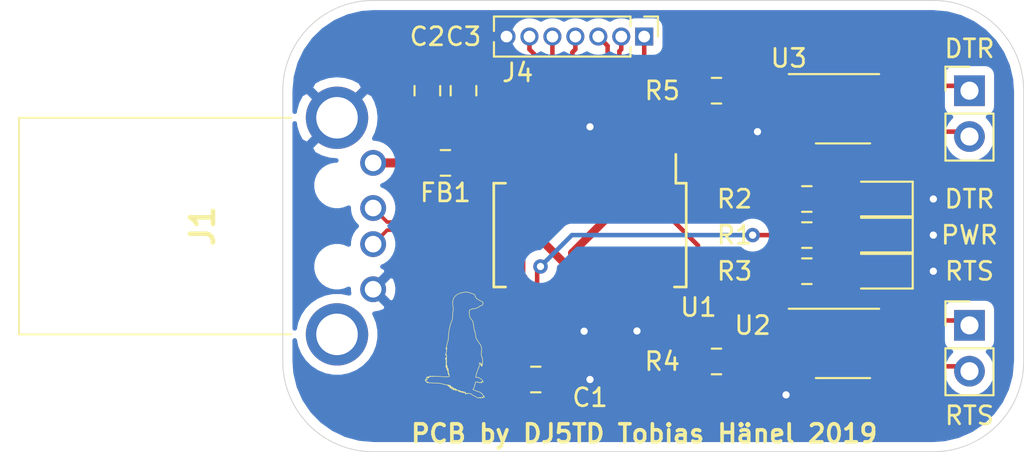
<source format=kicad_pcb>
(kicad_pcb (version 20171130) (host pcbnew 5.1.4-e60b266~84~ubuntu19.04.1)

  (general
    (thickness 1.6)
    (drawings 296)
    (tracks 124)
    (zones 0)
    (modules 19)
    (nets 32)
  )

  (page A4)
  (layers
    (0 F.Cu signal)
    (31 B.Cu signal hide)
    (32 B.Adhes user)
    (33 F.Adhes user)
    (34 B.Paste user)
    (35 F.Paste user hide)
    (36 B.SilkS user)
    (37 F.SilkS user)
    (38 B.Mask user)
    (39 F.Mask user hide)
    (40 Dwgs.User user)
    (41 Cmts.User user)
    (42 Eco1.User user)
    (43 Eco2.User user)
    (44 Edge.Cuts user)
    (45 Margin user)
    (46 B.CrtYd user)
    (47 F.CrtYd user)
    (48 B.Fab user hide)
    (49 F.Fab user hide)
  )

  (setup
    (last_trace_width 0.25)
    (user_trace_width 0.45)
    (user_trace_width 0.5)
    (trace_clearance 0.2)
    (zone_clearance 0.508)
    (zone_45_only no)
    (trace_min 0.2)
    (via_size 0.8)
    (via_drill 0.4)
    (via_min_size 0.4)
    (via_min_drill 0.3)
    (uvia_size 0.3)
    (uvia_drill 0.1)
    (uvias_allowed no)
    (uvia_min_size 0.2)
    (uvia_min_drill 0.1)
    (edge_width 0.05)
    (segment_width 0.2)
    (pcb_text_width 0.3)
    (pcb_text_size 1.5 1.5)
    (mod_edge_width 0.12)
    (mod_text_size 1 1)
    (mod_text_width 0.15)
    (pad_size 1 1)
    (pad_drill 0.65)
    (pad_to_mask_clearance 0.051)
    (solder_mask_min_width 0.25)
    (aux_axis_origin 0 0)
    (visible_elements FFFFFF7F)
    (pcbplotparams
      (layerselection 0x010fc_ffffffff)
      (usegerberextensions false)
      (usegerberattributes false)
      (usegerberadvancedattributes false)
      (creategerberjobfile false)
      (excludeedgelayer true)
      (linewidth 0.100000)
      (plotframeref false)
      (viasonmask false)
      (mode 1)
      (useauxorigin false)
      (hpglpennumber 1)
      (hpglpenspeed 20)
      (hpglpendiameter 15.000000)
      (psnegative false)
      (psa4output false)
      (plotreference true)
      (plotvalue true)
      (plotinvisibletext false)
      (padsonsilk false)
      (subtractmaskfromsilk false)
      (outputformat 1)
      (mirror false)
      (drillshape 0)
      (scaleselection 1)
      (outputdirectory "Gerber/"))
  )

  (net 0 "")
  (net 1 GND)
  (net 2 VCC)
  (net 3 "Net-(FB1-Pad2)")
  (net 4 "Net-(J2-Pad2)")
  (net 5 "Net-(J2-Pad1)")
  (net 6 "Net-(R4-Pad1)")
  (net 7 "Net-(U1-Pad12)")
  (net 8 "Net-(U1-Pad13)")
  (net 9 "Net-(U1-Pad14)")
  (net 10 "Net-(U1-Pad19)")
  (net 11 "Net-(U1-Pad22)")
  (net 12 "Net-(U1-Pad23)")
  (net 13 "Net-(U1-Pad27)")
  (net 14 "Net-(U1-Pad28)")
  (net 15 +3V3)
  (net 16 "Net-(D1-Pad2)")
  (net 17 "Net-(D2-Pad2)")
  (net 18 "Net-(D3-Pad2)")
  (net 19 "Net-(J3-Pad1)")
  (net 20 "Net-(J3-Pad2)")
  (net 21 /1)
  (net 22 /5)
  (net 23 /6)
  (net 24 /9)
  (net 25 /10)
  (net 26 /11)
  (net 27 /DTR)
  (net 28 /RTS)
  (net 29 "Net-(R5-Pad1)")
  (net 30 /D+)
  (net 31 /D-)

  (net_class Default "This is the default net class."
    (clearance 0.2)
    (trace_width 0.25)
    (via_dia 0.8)
    (via_drill 0.4)
    (uvia_dia 0.3)
    (uvia_drill 0.1)
    (add_net +3V3)
    (add_net /1)
    (add_net /10)
    (add_net /11)
    (add_net /5)
    (add_net /6)
    (add_net /9)
    (add_net /D+)
    (add_net /D-)
    (add_net /DTR)
    (add_net /RTS)
    (add_net GND)
    (add_net "Net-(D1-Pad2)")
    (add_net "Net-(D2-Pad2)")
    (add_net "Net-(D3-Pad2)")
    (add_net "Net-(FB1-Pad2)")
    (add_net "Net-(J2-Pad1)")
    (add_net "Net-(J2-Pad2)")
    (add_net "Net-(J3-Pad1)")
    (add_net "Net-(J3-Pad2)")
    (add_net "Net-(R4-Pad1)")
    (add_net "Net-(R5-Pad1)")
    (add_net "Net-(U1-Pad12)")
    (add_net "Net-(U1-Pad13)")
    (add_net "Net-(U1-Pad14)")
    (add_net "Net-(U1-Pad19)")
    (add_net "Net-(U1-Pad22)")
    (add_net "Net-(U1-Pad23)")
    (add_net "Net-(U1-Pad27)")
    (add_net "Net-(U1-Pad28)")
    (add_net VCC)
  )

  (module Connector_PinHeader_1.27mm:PinHeader_1x07_P1.27mm_Vertical (layer F.Cu) (tedit 5D7229AE) (tstamp 5D726F09)
    (at 124 117 270)
    (descr "Through hole straight pin header, 1x07, 1.27mm pitch, single row")
    (tags "Through hole pin header THT 1x07 1.27mm single row")
    (path /5D8022B5)
    (fp_text reference J4 (at 2 7 180) (layer F.SilkS)
      (effects (font (size 1 1) (thickness 0.15)))
    )
    (fp_text value Conn_01x06_Male (at 0 8.045 90) (layer F.Fab)
      (effects (font (size 1 1) (thickness 0.15)))
    )
    (fp_text user %R (at 0 3.175) (layer F.Fab)
      (effects (font (size 1 1) (thickness 0.15)))
    )
    (fp_line (start 1.55 -1.15) (end -1.55 -1.15) (layer F.CrtYd) (width 0.05))
    (fp_line (start 1.55 8.8) (end 1.55 -1.15) (layer F.CrtYd) (width 0.05))
    (fp_line (start -1.55 8.8) (end 1.55 8.8) (layer F.CrtYd) (width 0.05))
    (fp_line (start -1.55 -1.15) (end -1.55 8.8) (layer F.CrtYd) (width 0.05))
    (fp_line (start -1.11 -0.76) (end 0 -0.76) (layer F.SilkS) (width 0.12))
    (fp_line (start -1.11 0) (end -1.11 -0.76) (layer F.SilkS) (width 0.12))
    (fp_line (start 0.563471 0.76) (end 1.11 0.76) (layer F.SilkS) (width 0.12))
    (fp_line (start -1.11 0.76) (end -0.563471 0.76) (layer F.SilkS) (width 0.12))
    (fp_line (start 1.11 0.76) (end 1.11 8.315) (layer F.SilkS) (width 0.12))
    (fp_line (start -1.11 0.76) (end -1.11 8.315) (layer F.SilkS) (width 0.12))
    (fp_line (start 0.30753 8.315) (end 1.11 8.315) (layer F.SilkS) (width 0.12))
    (fp_line (start -1.11 8.315) (end -0.30753 8.315) (layer F.SilkS) (width 0.12))
    (fp_line (start -1.05 -0.11) (end -0.525 -0.635) (layer F.Fab) (width 0.1))
    (fp_line (start -1.05 8.255) (end -1.05 -0.11) (layer F.Fab) (width 0.1))
    (fp_line (start 1.05 8.255) (end -1.05 8.255) (layer F.Fab) (width 0.1))
    (fp_line (start 1.05 -0.635) (end 1.05 8.255) (layer F.Fab) (width 0.1))
    (fp_line (start -0.525 -0.635) (end 1.05 -0.635) (layer F.Fab) (width 0.1))
    (pad 7 thru_hole oval (at 0 7.62 270) (size 1 1) (drill 0.65) (layers *.Cu *.Mask)
      (net 1 GND))
    (pad 6 thru_hole oval (at 0 6.35 270) (size 1 1) (drill 0.65) (layers *.Cu *.Mask)
      (net 26 /11))
    (pad 5 thru_hole oval (at 0 5.08 270) (size 1 1) (drill 0.65) (layers *.Cu *.Mask)
      (net 25 /10))
    (pad 4 thru_hole oval (at 0 3.81 270) (size 1 1) (drill 0.65) (layers *.Cu *.Mask)
      (net 24 /9))
    (pad 3 thru_hole oval (at 0 2.54 270) (size 1 1) (drill 0.65) (layers *.Cu *.Mask)
      (net 23 /6))
    (pad 2 thru_hole oval (at 0 1.27 270) (size 1 1) (drill 0.65) (layers *.Cu *.Mask)
      (net 22 /5))
    (pad 1 thru_hole rect (at 0 0 270) (size 1 1) (drill 0.65) (layers *.Cu *.Mask)
      (net 21 /1))
    (model ${KISYS3DMOD}/Connector_PinHeader_1.27mm.3dshapes/PinHeader_1x07_P1.27mm_Vertical.wrl
      (at (xyz 0 0 0))
      (scale (xyz 1 1 1))
      (rotate (xyz 0 0 0))
    )
  )

  (module Capacitor_SMD:C_0805_2012Metric_Pad1.15x1.40mm_HandSolder (layer F.Cu) (tedit 5B36C52B) (tstamp 5D726E3D)
    (at 118 136 180)
    (descr "Capacitor SMD 0805 (2012 Metric), square (rectangular) end terminal, IPC_7351 nominal with elongated pad for handsoldering. (Body size source: https://docs.google.com/spreadsheets/d/1BsfQQcO9C6DZCsRaXUlFlo91Tg2WpOkGARC1WS5S8t0/edit?usp=sharing), generated with kicad-footprint-generator")
    (tags "capacitor handsolder")
    (path /5D74253E)
    (attr smd)
    (fp_text reference C1 (at -3 -1) (layer F.SilkS)
      (effects (font (size 1 1) (thickness 0.15)))
    )
    (fp_text value 100nF (at 0 1.65) (layer F.Fab)
      (effects (font (size 1 1) (thickness 0.15)))
    )
    (fp_line (start -1 0.6) (end -1 -0.6) (layer F.Fab) (width 0.1))
    (fp_line (start -1 -0.6) (end 1 -0.6) (layer F.Fab) (width 0.1))
    (fp_line (start 1 -0.6) (end 1 0.6) (layer F.Fab) (width 0.1))
    (fp_line (start 1 0.6) (end -1 0.6) (layer F.Fab) (width 0.1))
    (fp_line (start -0.261252 -0.71) (end 0.261252 -0.71) (layer F.SilkS) (width 0.12))
    (fp_line (start -0.261252 0.71) (end 0.261252 0.71) (layer F.SilkS) (width 0.12))
    (fp_line (start -1.85 0.95) (end -1.85 -0.95) (layer F.CrtYd) (width 0.05))
    (fp_line (start -1.85 -0.95) (end 1.85 -0.95) (layer F.CrtYd) (width 0.05))
    (fp_line (start 1.85 -0.95) (end 1.85 0.95) (layer F.CrtYd) (width 0.05))
    (fp_line (start 1.85 0.95) (end -1.85 0.95) (layer F.CrtYd) (width 0.05))
    (fp_text user %R (at 0 0) (layer F.Fab)
      (effects (font (size 0.5 0.5) (thickness 0.08)))
    )
    (pad 1 smd roundrect (at -1.025 0 180) (size 1.15 1.4) (layers F.Cu F.Paste F.Mask) (roundrect_rratio 0.217391)
      (net 1 GND))
    (pad 2 smd roundrect (at 1.025 0 180) (size 1.15 1.4) (layers F.Cu F.Paste F.Mask) (roundrect_rratio 0.217391)
      (net 15 +3V3))
    (model ${KISYS3DMOD}/Capacitor_SMD.3dshapes/C_0805_2012Metric.wrl
      (at (xyz 0 0 0))
      (scale (xyz 1 1 1))
      (rotate (xyz 0 0 0))
    )
  )

  (module Capacitor_SMD:C_0805_2012Metric_Pad1.15x1.40mm_HandSolder (layer F.Cu) (tedit 5B36C52B) (tstamp 5D726E4E)
    (at 112 120 90)
    (descr "Capacitor SMD 0805 (2012 Metric), square (rectangular) end terminal, IPC_7351 nominal with elongated pad for handsoldering. (Body size source: https://docs.google.com/spreadsheets/d/1BsfQQcO9C6DZCsRaXUlFlo91Tg2WpOkGARC1WS5S8t0/edit?usp=sharing), generated with kicad-footprint-generator")
    (tags "capacitor handsolder")
    (path /5D76269C)
    (attr smd)
    (fp_text reference C2 (at 3 0 180) (layer F.SilkS)
      (effects (font (size 1 1) (thickness 0.15)))
    )
    (fp_text value 100nF (at 0 1.65 90) (layer F.Fab)
      (effects (font (size 1 1) (thickness 0.15)))
    )
    (fp_text user %R (at 0 0 90) (layer F.Fab)
      (effects (font (size 0.5 0.5) (thickness 0.08)))
    )
    (fp_line (start 1.85 0.95) (end -1.85 0.95) (layer F.CrtYd) (width 0.05))
    (fp_line (start 1.85 -0.95) (end 1.85 0.95) (layer F.CrtYd) (width 0.05))
    (fp_line (start -1.85 -0.95) (end 1.85 -0.95) (layer F.CrtYd) (width 0.05))
    (fp_line (start -1.85 0.95) (end -1.85 -0.95) (layer F.CrtYd) (width 0.05))
    (fp_line (start -0.261252 0.71) (end 0.261252 0.71) (layer F.SilkS) (width 0.12))
    (fp_line (start -0.261252 -0.71) (end 0.261252 -0.71) (layer F.SilkS) (width 0.12))
    (fp_line (start 1 0.6) (end -1 0.6) (layer F.Fab) (width 0.1))
    (fp_line (start 1 -0.6) (end 1 0.6) (layer F.Fab) (width 0.1))
    (fp_line (start -1 -0.6) (end 1 -0.6) (layer F.Fab) (width 0.1))
    (fp_line (start -1 0.6) (end -1 -0.6) (layer F.Fab) (width 0.1))
    (pad 2 smd roundrect (at 1.025 0 90) (size 1.15 1.4) (layers F.Cu F.Paste F.Mask) (roundrect_rratio 0.217391)
      (net 1 GND))
    (pad 1 smd roundrect (at -1.025 0 90) (size 1.15 1.4) (layers F.Cu F.Paste F.Mask) (roundrect_rratio 0.217391)
      (net 2 VCC))
    (model ${KISYS3DMOD}/Capacitor_SMD.3dshapes/C_0805_2012Metric.wrl
      (at (xyz 0 0 0))
      (scale (xyz 1 1 1))
      (rotate (xyz 0 0 0))
    )
  )

  (module Capacitor_SMD:C_0805_2012Metric_Pad1.15x1.40mm_HandSolder (layer F.Cu) (tedit 5B36C52B) (tstamp 5D726E5F)
    (at 114 120 90)
    (descr "Capacitor SMD 0805 (2012 Metric), square (rectangular) end terminal, IPC_7351 nominal with elongated pad for handsoldering. (Body size source: https://docs.google.com/spreadsheets/d/1BsfQQcO9C6DZCsRaXUlFlo91Tg2WpOkGARC1WS5S8t0/edit?usp=sharing), generated with kicad-footprint-generator")
    (tags "capacitor handsolder")
    (path /5D762AE6)
    (attr smd)
    (fp_text reference C3 (at 3 0 180) (layer F.SilkS)
      (effects (font (size 1 1) (thickness 0.15)))
    )
    (fp_text value "10 uF" (at 0 1.65 90) (layer F.Fab)
      (effects (font (size 1 1) (thickness 0.15)))
    )
    (fp_line (start -1 0.6) (end -1 -0.6) (layer F.Fab) (width 0.1))
    (fp_line (start -1 -0.6) (end 1 -0.6) (layer F.Fab) (width 0.1))
    (fp_line (start 1 -0.6) (end 1 0.6) (layer F.Fab) (width 0.1))
    (fp_line (start 1 0.6) (end -1 0.6) (layer F.Fab) (width 0.1))
    (fp_line (start -0.261252 -0.71) (end 0.261252 -0.71) (layer F.SilkS) (width 0.12))
    (fp_line (start -0.261252 0.71) (end 0.261252 0.71) (layer F.SilkS) (width 0.12))
    (fp_line (start -1.85 0.95) (end -1.85 -0.95) (layer F.CrtYd) (width 0.05))
    (fp_line (start -1.85 -0.95) (end 1.85 -0.95) (layer F.CrtYd) (width 0.05))
    (fp_line (start 1.85 -0.95) (end 1.85 0.95) (layer F.CrtYd) (width 0.05))
    (fp_line (start 1.85 0.95) (end -1.85 0.95) (layer F.CrtYd) (width 0.05))
    (fp_text user %R (at 0 0 90) (layer F.Fab)
      (effects (font (size 0.5 0.5) (thickness 0.08)))
    )
    (pad 1 smd roundrect (at -1.025 0 90) (size 1.15 1.4) (layers F.Cu F.Paste F.Mask) (roundrect_rratio 0.217391)
      (net 2 VCC))
    (pad 2 smd roundrect (at 1.025 0 90) (size 1.15 1.4) (layers F.Cu F.Paste F.Mask) (roundrect_rratio 0.217391)
      (net 1 GND))
    (model ${KISYS3DMOD}/Capacitor_SMD.3dshapes/C_0805_2012Metric.wrl
      (at (xyz 0 0 0))
      (scale (xyz 1 1 1))
      (rotate (xyz 0 0 0))
    )
  )

  (module LED_SMD:LED_0805_2012Metric_Pad1.15x1.40mm_HandSolder (layer F.Cu) (tedit 5B4B45C9) (tstamp 5D726E72)
    (at 137 128 180)
    (descr "LED SMD 0805 (2012 Metric), square (rectangular) end terminal, IPC_7351 nominal, (Body size source: https://docs.google.com/spreadsheets/d/1BsfQQcO9C6DZCsRaXUlFlo91Tg2WpOkGARC1WS5S8t0/edit?usp=sharing), generated with kicad-footprint-generator")
    (tags "LED handsolder")
    (path /5D7B78D0)
    (attr smd)
    (fp_text reference PWR (at -5 0) (layer F.SilkS)
      (effects (font (size 1 1) (thickness 0.15)))
    )
    (fp_text value LED (at 0 1.65) (layer F.Fab)
      (effects (font (size 1 1) (thickness 0.15)))
    )
    (fp_line (start 1 -0.6) (end -0.7 -0.6) (layer F.Fab) (width 0.1))
    (fp_line (start -0.7 -0.6) (end -1 -0.3) (layer F.Fab) (width 0.1))
    (fp_line (start -1 -0.3) (end -1 0.6) (layer F.Fab) (width 0.1))
    (fp_line (start -1 0.6) (end 1 0.6) (layer F.Fab) (width 0.1))
    (fp_line (start 1 0.6) (end 1 -0.6) (layer F.Fab) (width 0.1))
    (fp_line (start 1 -0.96) (end -1.86 -0.96) (layer F.SilkS) (width 0.12))
    (fp_line (start -1.86 -0.96) (end -1.86 0.96) (layer F.SilkS) (width 0.12))
    (fp_line (start -1.86 0.96) (end 1 0.96) (layer F.SilkS) (width 0.12))
    (fp_line (start -1.85 0.95) (end -1.85 -0.95) (layer F.CrtYd) (width 0.05))
    (fp_line (start -1.85 -0.95) (end 1.85 -0.95) (layer F.CrtYd) (width 0.05))
    (fp_line (start 1.85 -0.95) (end 1.85 0.95) (layer F.CrtYd) (width 0.05))
    (fp_line (start 1.85 0.95) (end -1.85 0.95) (layer F.CrtYd) (width 0.05))
    (fp_text user %R (at 0 0) (layer F.Fab)
      (effects (font (size 0.5 0.5) (thickness 0.08)))
    )
    (pad 1 smd roundrect (at -1.025 0 180) (size 1.15 1.4) (layers F.Cu F.Paste F.Mask) (roundrect_rratio 0.217391)
      (net 1 GND))
    (pad 2 smd roundrect (at 1.025 0 180) (size 1.15 1.4) (layers F.Cu F.Paste F.Mask) (roundrect_rratio 0.217391)
      (net 16 "Net-(D1-Pad2)"))
    (model ${KISYS3DMOD}/LED_SMD.3dshapes/LED_0805_2012Metric.wrl
      (at (xyz 0 0 0))
      (scale (xyz 1 1 1))
      (rotate (xyz 0 0 0))
    )
  )

  (module LED_SMD:LED_0805_2012Metric_Pad1.15x1.40mm_HandSolder (layer F.Cu) (tedit 5B4B45C9) (tstamp 5D726E85)
    (at 137 126 180)
    (descr "LED SMD 0805 (2012 Metric), square (rectangular) end terminal, IPC_7351 nominal, (Body size source: https://docs.google.com/spreadsheets/d/1BsfQQcO9C6DZCsRaXUlFlo91Tg2WpOkGARC1WS5S8t0/edit?usp=sharing), generated with kicad-footprint-generator")
    (tags "LED handsolder")
    (path /5D7B896F)
    (attr smd)
    (fp_text reference DTR (at -5 0) (layer F.SilkS)
      (effects (font (size 1 1) (thickness 0.15)))
    )
    (fp_text value LED (at 0 1.65) (layer F.Fab)
      (effects (font (size 1 1) (thickness 0.15)))
    )
    (fp_text user %R (at 0 0) (layer F.Fab)
      (effects (font (size 0.5 0.5) (thickness 0.08)))
    )
    (fp_line (start 1.85 0.95) (end -1.85 0.95) (layer F.CrtYd) (width 0.05))
    (fp_line (start 1.85 -0.95) (end 1.85 0.95) (layer F.CrtYd) (width 0.05))
    (fp_line (start -1.85 -0.95) (end 1.85 -0.95) (layer F.CrtYd) (width 0.05))
    (fp_line (start -1.85 0.95) (end -1.85 -0.95) (layer F.CrtYd) (width 0.05))
    (fp_line (start -1.86 0.96) (end 1 0.96) (layer F.SilkS) (width 0.12))
    (fp_line (start -1.86 -0.96) (end -1.86 0.96) (layer F.SilkS) (width 0.12))
    (fp_line (start 1 -0.96) (end -1.86 -0.96) (layer F.SilkS) (width 0.12))
    (fp_line (start 1 0.6) (end 1 -0.6) (layer F.Fab) (width 0.1))
    (fp_line (start -1 0.6) (end 1 0.6) (layer F.Fab) (width 0.1))
    (fp_line (start -1 -0.3) (end -1 0.6) (layer F.Fab) (width 0.1))
    (fp_line (start -0.7 -0.6) (end -1 -0.3) (layer F.Fab) (width 0.1))
    (fp_line (start 1 -0.6) (end -0.7 -0.6) (layer F.Fab) (width 0.1))
    (pad 2 smd roundrect (at 1.025 0 180) (size 1.15 1.4) (layers F.Cu F.Paste F.Mask) (roundrect_rratio 0.217391)
      (net 17 "Net-(D2-Pad2)"))
    (pad 1 smd roundrect (at -1.025 0 180) (size 1.15 1.4) (layers F.Cu F.Paste F.Mask) (roundrect_rratio 0.217391)
      (net 1 GND))
    (model ${KISYS3DMOD}/LED_SMD.3dshapes/LED_0805_2012Metric.wrl
      (at (xyz 0 0 0))
      (scale (xyz 1 1 1))
      (rotate (xyz 0 0 0))
    )
  )

  (module LED_SMD:LED_0805_2012Metric_Pad1.15x1.40mm_HandSolder (layer F.Cu) (tedit 5B4B45C9) (tstamp 5D726E98)
    (at 137 130 180)
    (descr "LED SMD 0805 (2012 Metric), square (rectangular) end terminal, IPC_7351 nominal, (Body size source: https://docs.google.com/spreadsheets/d/1BsfQQcO9C6DZCsRaXUlFlo91Tg2WpOkGARC1WS5S8t0/edit?usp=sharing), generated with kicad-footprint-generator")
    (tags "LED handsolder")
    (path /5D7B93BE)
    (attr smd)
    (fp_text reference RTS (at -5 0) (layer F.SilkS)
      (effects (font (size 1 1) (thickness 0.15)))
    )
    (fp_text value LED (at 0 1.65) (layer F.Fab)
      (effects (font (size 1 1) (thickness 0.15)))
    )
    (fp_line (start 1 -0.6) (end -0.7 -0.6) (layer F.Fab) (width 0.1))
    (fp_line (start -0.7 -0.6) (end -1 -0.3) (layer F.Fab) (width 0.1))
    (fp_line (start -1 -0.3) (end -1 0.6) (layer F.Fab) (width 0.1))
    (fp_line (start -1 0.6) (end 1 0.6) (layer F.Fab) (width 0.1))
    (fp_line (start 1 0.6) (end 1 -0.6) (layer F.Fab) (width 0.1))
    (fp_line (start 1 -0.96) (end -1.86 -0.96) (layer F.SilkS) (width 0.12))
    (fp_line (start -1.86 -0.96) (end -1.86 0.96) (layer F.SilkS) (width 0.12))
    (fp_line (start -1.86 0.96) (end 1 0.96) (layer F.SilkS) (width 0.12))
    (fp_line (start -1.85 0.95) (end -1.85 -0.95) (layer F.CrtYd) (width 0.05))
    (fp_line (start -1.85 -0.95) (end 1.85 -0.95) (layer F.CrtYd) (width 0.05))
    (fp_line (start 1.85 -0.95) (end 1.85 0.95) (layer F.CrtYd) (width 0.05))
    (fp_line (start 1.85 0.95) (end -1.85 0.95) (layer F.CrtYd) (width 0.05))
    (fp_text user %R (at 0 0) (layer F.Fab)
      (effects (font (size 0.5 0.5) (thickness 0.08)))
    )
    (pad 1 smd roundrect (at -1.025 0 180) (size 1.15 1.4) (layers F.Cu F.Paste F.Mask) (roundrect_rratio 0.217391)
      (net 1 GND))
    (pad 2 smd roundrect (at 1.025 0 180) (size 1.15 1.4) (layers F.Cu F.Paste F.Mask) (roundrect_rratio 0.217391)
      (net 18 "Net-(D3-Pad2)"))
    (model ${KISYS3DMOD}/LED_SMD.3dshapes/LED_0805_2012Metric.wrl
      (at (xyz 0 0 0))
      (scale (xyz 1 1 1))
      (rotate (xyz 0 0 0))
    )
  )

  (module Resistor_SMD:R_0805_2012Metric_Pad1.15x1.40mm_HandSolder (layer F.Cu) (tedit 5B36C52B) (tstamp 5D726EA9)
    (at 113 124 180)
    (descr "Resistor SMD 0805 (2012 Metric), square (rectangular) end terminal, IPC_7351 nominal with elongated pad for handsoldering. (Body size source: https://docs.google.com/spreadsheets/d/1BsfQQcO9C6DZCsRaXUlFlo91Tg2WpOkGARC1WS5S8t0/edit?usp=sharing), generated with kicad-footprint-generator")
    (tags "resistor handsolder")
    (path /5D73FC51)
    (attr smd)
    (fp_text reference FB1 (at 0 -1.65) (layer F.SilkS)
      (effects (font (size 1 1) (thickness 0.15)))
    )
    (fp_text value Ferrite_Bead_Small (at 0 1.65) (layer F.Fab)
      (effects (font (size 1 1) (thickness 0.15)))
    )
    (fp_line (start -1 0.6) (end -1 -0.6) (layer F.Fab) (width 0.1))
    (fp_line (start -1 -0.6) (end 1 -0.6) (layer F.Fab) (width 0.1))
    (fp_line (start 1 -0.6) (end 1 0.6) (layer F.Fab) (width 0.1))
    (fp_line (start 1 0.6) (end -1 0.6) (layer F.Fab) (width 0.1))
    (fp_line (start -0.261252 -0.71) (end 0.261252 -0.71) (layer F.SilkS) (width 0.12))
    (fp_line (start -0.261252 0.71) (end 0.261252 0.71) (layer F.SilkS) (width 0.12))
    (fp_line (start -1.85 0.95) (end -1.85 -0.95) (layer F.CrtYd) (width 0.05))
    (fp_line (start -1.85 -0.95) (end 1.85 -0.95) (layer F.CrtYd) (width 0.05))
    (fp_line (start 1.85 -0.95) (end 1.85 0.95) (layer F.CrtYd) (width 0.05))
    (fp_line (start 1.85 0.95) (end -1.85 0.95) (layer F.CrtYd) (width 0.05))
    (fp_text user %R (at 0 0) (layer F.Fab)
      (effects (font (size 0.5 0.5) (thickness 0.08)))
    )
    (pad 1 smd roundrect (at -1.025 0 180) (size 1.15 1.4) (layers F.Cu F.Paste F.Mask) (roundrect_rratio 0.217391)
      (net 2 VCC))
    (pad 2 smd roundrect (at 1.025 0 180) (size 1.15 1.4) (layers F.Cu F.Paste F.Mask) (roundrect_rratio 0.217391)
      (net 3 "Net-(FB1-Pad2)"))
    (model ${KISYS3DMOD}/Resistor_SMD.3dshapes/R_0805_2012Metric.wrl
      (at (xyz 0 0 0))
      (scale (xyz 1 1 1))
      (rotate (xyz 0 0 0))
    )
  )

  (module Connector_USB:USB05 (layer F.Cu) (tedit 0) (tstamp 5D726EC1)
    (at 109 124 270)
    (descr USB-05-4)
    (tags Connector)
    (path /5D77C61C)
    (fp_text reference J1 (at 3.5 9.442 90) (layer F.SilkS)
      (effects (font (size 1.27 1.27) (thickness 0.254)))
    )
    (fp_text value USB_A (at 3.5 9.442 90) (layer F.SilkS) hide
      (effects (font (size 1.27 1.27) (thickness 0.254)))
    )
    (fp_line (start 9.5 19.6) (end 9.5 4.54) (layer F.SilkS) (width 0.1))
    (fp_line (start -2.5 19.6) (end 9.5 19.6) (layer F.SilkS) (width 0.1))
    (fp_line (start -2.5 4.54) (end -2.5 19.6) (layer F.SilkS) (width 0.1))
    (fp_line (start -5.225 20.6) (end -5.225 -1.716) (layer F.CrtYd) (width 0.1))
    (fp_line (start 12.225 20.6) (end -5.225 20.6) (layer F.CrtYd) (width 0.1))
    (fp_line (start 12.225 -1.716) (end 12.225 20.6) (layer F.CrtYd) (width 0.1))
    (fp_line (start -5.225 -1.716) (end 12.225 -1.716) (layer F.CrtYd) (width 0.1))
    (fp_line (start -2.5 19.6) (end -2.5 0.8) (layer F.Fab) (width 0.2))
    (fp_line (start 9.5 19.6) (end -2.5 19.6) (layer F.Fab) (width 0.2))
    (fp_line (start 9.5 0.8) (end 9.5 19.6) (layer F.Fab) (width 0.2))
    (fp_line (start -2.5 0.8) (end 9.5 0.8) (layer F.Fab) (width 0.2))
    (fp_text user %R (at 3.5 9.442 90) (layer F.Fab)
      (effects (font (size 1.27 1.27) (thickness 0.254)))
    )
    (pad 8 np_thru_hole circle (at 5.75 2 270) (size 1.5 0) (drill 1.5) (layers *.Cu *.Mask))
    (pad 7 np_thru_hole circle (at 1.25 2 270) (size 1.5 0) (drill 1.5) (layers *.Cu *.Mask))
    (pad 6 thru_hole circle (at 9.5 2 270) (size 3.45 3.45) (drill 2.3) (layers *.Cu *.Mask))
    (pad 5 thru_hole circle (at -2.5 2 270) (size 3.45 3.45) (drill 2.3) (layers *.Cu *.Mask)
      (net 1 GND))
    (pad 4 thru_hole circle (at 7 0 270) (size 1.431 1.431) (drill 0.92) (layers *.Cu *.Mask)
      (net 1 GND))
    (pad 3 thru_hole circle (at 4.5 0 270) (size 1.431 1.431) (drill 0.92) (layers *.Cu *.Mask)
      (net 30 /D+))
    (pad 2 thru_hole circle (at 2.5 0 270) (size 1.431 1.431) (drill 0.92) (layers *.Cu *.Mask)
      (net 31 /D-))
    (pad 1 thru_hole circle (at 0 0 270) (size 1.431 1.431) (drill 0.92) (layers *.Cu *.Mask)
      (net 3 "Net-(FB1-Pad2)"))
  )

  (module Connector_PinHeader_2.54mm:PinHeader_1x02_P2.54mm_Vertical (layer F.Cu) (tedit 59FED5CC) (tstamp 5D726ED7)
    (at 142 133)
    (descr "Through hole straight pin header, 1x02, 2.54mm pitch, single row")
    (tags "Through hole pin header THT 1x02 2.54mm single row")
    (path /5D724993)
    (fp_text reference RTS (at 0 5) (layer F.SilkS)
      (effects (font (size 1 1) (thickness 0.15)))
    )
    (fp_text value Conn_Coaxial (at 0 4.87) (layer F.Fab)
      (effects (font (size 1 1) (thickness 0.15)))
    )
    (fp_text user %R (at 0 1.27 90) (layer F.Fab)
      (effects (font (size 1 1) (thickness 0.15)))
    )
    (fp_line (start 1.8 -1.8) (end -1.8 -1.8) (layer F.CrtYd) (width 0.05))
    (fp_line (start 1.8 4.35) (end 1.8 -1.8) (layer F.CrtYd) (width 0.05))
    (fp_line (start -1.8 4.35) (end 1.8 4.35) (layer F.CrtYd) (width 0.05))
    (fp_line (start -1.8 -1.8) (end -1.8 4.35) (layer F.CrtYd) (width 0.05))
    (fp_line (start -1.33 -1.33) (end 0 -1.33) (layer F.SilkS) (width 0.12))
    (fp_line (start -1.33 0) (end -1.33 -1.33) (layer F.SilkS) (width 0.12))
    (fp_line (start -1.33 1.27) (end 1.33 1.27) (layer F.SilkS) (width 0.12))
    (fp_line (start 1.33 1.27) (end 1.33 3.87) (layer F.SilkS) (width 0.12))
    (fp_line (start -1.33 1.27) (end -1.33 3.87) (layer F.SilkS) (width 0.12))
    (fp_line (start -1.33 3.87) (end 1.33 3.87) (layer F.SilkS) (width 0.12))
    (fp_line (start -1.27 -0.635) (end -0.635 -1.27) (layer F.Fab) (width 0.1))
    (fp_line (start -1.27 3.81) (end -1.27 -0.635) (layer F.Fab) (width 0.1))
    (fp_line (start 1.27 3.81) (end -1.27 3.81) (layer F.Fab) (width 0.1))
    (fp_line (start 1.27 -1.27) (end 1.27 3.81) (layer F.Fab) (width 0.1))
    (fp_line (start -0.635 -1.27) (end 1.27 -1.27) (layer F.Fab) (width 0.1))
    (pad 2 thru_hole oval (at 0 2.54) (size 1.7 1.7) (drill 1) (layers *.Cu *.Mask)
      (net 4 "Net-(J2-Pad2)"))
    (pad 1 thru_hole rect (at 0 0) (size 1.7 1.7) (drill 1) (layers *.Cu *.Mask)
      (net 5 "Net-(J2-Pad1)"))
    (model ${KISYS3DMOD}/Connector_PinHeader_2.54mm.3dshapes/PinHeader_1x02_P2.54mm_Vertical.wrl
      (at (xyz 0 0 0))
      (scale (xyz 1 1 1))
      (rotate (xyz 0 0 0))
    )
  )

  (module Connector_PinHeader_2.54mm:PinHeader_1x02_P2.54mm_Vertical (layer F.Cu) (tedit 59FED5CC) (tstamp 5D726EED)
    (at 142 120)
    (descr "Through hole straight pin header, 1x02, 2.54mm pitch, single row")
    (tags "Through hole pin header THT 1x02 2.54mm single row")
    (path /5D724E77)
    (fp_text reference DTR (at 0 -2.33) (layer F.SilkS)
      (effects (font (size 1 1) (thickness 0.15)))
    )
    (fp_text value Conn_Coaxial (at 0 4.87) (layer F.Fab)
      (effects (font (size 1 1) (thickness 0.15)))
    )
    (fp_line (start -0.635 -1.27) (end 1.27 -1.27) (layer F.Fab) (width 0.1))
    (fp_line (start 1.27 -1.27) (end 1.27 3.81) (layer F.Fab) (width 0.1))
    (fp_line (start 1.27 3.81) (end -1.27 3.81) (layer F.Fab) (width 0.1))
    (fp_line (start -1.27 3.81) (end -1.27 -0.635) (layer F.Fab) (width 0.1))
    (fp_line (start -1.27 -0.635) (end -0.635 -1.27) (layer F.Fab) (width 0.1))
    (fp_line (start -1.33 3.87) (end 1.33 3.87) (layer F.SilkS) (width 0.12))
    (fp_line (start -1.33 1.27) (end -1.33 3.87) (layer F.SilkS) (width 0.12))
    (fp_line (start 1.33 1.27) (end 1.33 3.87) (layer F.SilkS) (width 0.12))
    (fp_line (start -1.33 1.27) (end 1.33 1.27) (layer F.SilkS) (width 0.12))
    (fp_line (start -1.33 0) (end -1.33 -1.33) (layer F.SilkS) (width 0.12))
    (fp_line (start -1.33 -1.33) (end 0 -1.33) (layer F.SilkS) (width 0.12))
    (fp_line (start -1.8 -1.8) (end -1.8 4.35) (layer F.CrtYd) (width 0.05))
    (fp_line (start -1.8 4.35) (end 1.8 4.35) (layer F.CrtYd) (width 0.05))
    (fp_line (start 1.8 4.35) (end 1.8 -1.8) (layer F.CrtYd) (width 0.05))
    (fp_line (start 1.8 -1.8) (end -1.8 -1.8) (layer F.CrtYd) (width 0.05))
    (fp_text user %R (at 0 1.27 90) (layer F.Fab)
      (effects (font (size 1 1) (thickness 0.15)))
    )
    (pad 1 thru_hole rect (at 0 0) (size 1.7 1.7) (drill 1) (layers *.Cu *.Mask)
      (net 19 "Net-(J3-Pad1)"))
    (pad 2 thru_hole oval (at 0 2.54) (size 1.7 1.7) (drill 1) (layers *.Cu *.Mask)
      (net 20 "Net-(J3-Pad2)"))
    (model ${KISYS3DMOD}/Connector_PinHeader_2.54mm.3dshapes/PinHeader_1x02_P2.54mm_Vertical.wrl
      (at (xyz 0 0 0))
      (scale (xyz 1 1 1))
      (rotate (xyz 0 0 0))
    )
  )

  (module Resistor_SMD:R_0805_2012Metric_Pad1.15x1.40mm_HandSolder (layer F.Cu) (tedit 5B36C52B) (tstamp 5D726F1A)
    (at 133 128)
    (descr "Resistor SMD 0805 (2012 Metric), square (rectangular) end terminal, IPC_7351 nominal with elongated pad for handsoldering. (Body size source: https://docs.google.com/spreadsheets/d/1BsfQQcO9C6DZCsRaXUlFlo91Tg2WpOkGARC1WS5S8t0/edit?usp=sharing), generated with kicad-footprint-generator")
    (tags "resistor handsolder")
    (path /5D7C29C8)
    (attr smd)
    (fp_text reference R1 (at -4 0) (layer F.SilkS)
      (effects (font (size 1 1) (thickness 0.15)))
    )
    (fp_text value 270R (at 0 1.65) (layer F.Fab)
      (effects (font (size 1 1) (thickness 0.15)))
    )
    (fp_text user %R (at 0 0) (layer F.Fab)
      (effects (font (size 0.5 0.5) (thickness 0.08)))
    )
    (fp_line (start 1.85 0.95) (end -1.85 0.95) (layer F.CrtYd) (width 0.05))
    (fp_line (start 1.85 -0.95) (end 1.85 0.95) (layer F.CrtYd) (width 0.05))
    (fp_line (start -1.85 -0.95) (end 1.85 -0.95) (layer F.CrtYd) (width 0.05))
    (fp_line (start -1.85 0.95) (end -1.85 -0.95) (layer F.CrtYd) (width 0.05))
    (fp_line (start -0.261252 0.71) (end 0.261252 0.71) (layer F.SilkS) (width 0.12))
    (fp_line (start -0.261252 -0.71) (end 0.261252 -0.71) (layer F.SilkS) (width 0.12))
    (fp_line (start 1 0.6) (end -1 0.6) (layer F.Fab) (width 0.1))
    (fp_line (start 1 -0.6) (end 1 0.6) (layer F.Fab) (width 0.1))
    (fp_line (start -1 -0.6) (end 1 -0.6) (layer F.Fab) (width 0.1))
    (fp_line (start -1 0.6) (end -1 -0.6) (layer F.Fab) (width 0.1))
    (pad 2 smd roundrect (at 1.025 0) (size 1.15 1.4) (layers F.Cu F.Paste F.Mask) (roundrect_rratio 0.217391)
      (net 16 "Net-(D1-Pad2)"))
    (pad 1 smd roundrect (at -1.025 0) (size 1.15 1.4) (layers F.Cu F.Paste F.Mask) (roundrect_rratio 0.217391)
      (net 15 +3V3))
    (model ${KISYS3DMOD}/Resistor_SMD.3dshapes/R_0805_2012Metric.wrl
      (at (xyz 0 0 0))
      (scale (xyz 1 1 1))
      (rotate (xyz 0 0 0))
    )
  )

  (module Resistor_SMD:R_0805_2012Metric_Pad1.15x1.40mm_HandSolder (layer F.Cu) (tedit 5B36C52B) (tstamp 5D726F2B)
    (at 133 126)
    (descr "Resistor SMD 0805 (2012 Metric), square (rectangular) end terminal, IPC_7351 nominal with elongated pad for handsoldering. (Body size source: https://docs.google.com/spreadsheets/d/1BsfQQcO9C6DZCsRaXUlFlo91Tg2WpOkGARC1WS5S8t0/edit?usp=sharing), generated with kicad-footprint-generator")
    (tags "resistor handsolder")
    (path /5D7C2EB4)
    (attr smd)
    (fp_text reference R2 (at -4 0) (layer F.SilkS)
      (effects (font (size 1 1) (thickness 0.15)))
    )
    (fp_text value 560R (at 0 1.65) (layer F.Fab)
      (effects (font (size 1 1) (thickness 0.15)))
    )
    (fp_line (start -1 0.6) (end -1 -0.6) (layer F.Fab) (width 0.1))
    (fp_line (start -1 -0.6) (end 1 -0.6) (layer F.Fab) (width 0.1))
    (fp_line (start 1 -0.6) (end 1 0.6) (layer F.Fab) (width 0.1))
    (fp_line (start 1 0.6) (end -1 0.6) (layer F.Fab) (width 0.1))
    (fp_line (start -0.261252 -0.71) (end 0.261252 -0.71) (layer F.SilkS) (width 0.12))
    (fp_line (start -0.261252 0.71) (end 0.261252 0.71) (layer F.SilkS) (width 0.12))
    (fp_line (start -1.85 0.95) (end -1.85 -0.95) (layer F.CrtYd) (width 0.05))
    (fp_line (start -1.85 -0.95) (end 1.85 -0.95) (layer F.CrtYd) (width 0.05))
    (fp_line (start 1.85 -0.95) (end 1.85 0.95) (layer F.CrtYd) (width 0.05))
    (fp_line (start 1.85 0.95) (end -1.85 0.95) (layer F.CrtYd) (width 0.05))
    (fp_text user %R (at 0 0) (layer F.Fab)
      (effects (font (size 0.5 0.5) (thickness 0.08)))
    )
    (pad 1 smd roundrect (at -1.025 0) (size 1.15 1.4) (layers F.Cu F.Paste F.Mask) (roundrect_rratio 0.217391)
      (net 27 /DTR))
    (pad 2 smd roundrect (at 1.025 0) (size 1.15 1.4) (layers F.Cu F.Paste F.Mask) (roundrect_rratio 0.217391)
      (net 17 "Net-(D2-Pad2)"))
    (model ${KISYS3DMOD}/Resistor_SMD.3dshapes/R_0805_2012Metric.wrl
      (at (xyz 0 0 0))
      (scale (xyz 1 1 1))
      (rotate (xyz 0 0 0))
    )
  )

  (module Resistor_SMD:R_0805_2012Metric_Pad1.15x1.40mm_HandSolder (layer F.Cu) (tedit 5B36C52B) (tstamp 5D726F3C)
    (at 133 130)
    (descr "Resistor SMD 0805 (2012 Metric), square (rectangular) end terminal, IPC_7351 nominal with elongated pad for handsoldering. (Body size source: https://docs.google.com/spreadsheets/d/1BsfQQcO9C6DZCsRaXUlFlo91Tg2WpOkGARC1WS5S8t0/edit?usp=sharing), generated with kicad-footprint-generator")
    (tags "resistor handsolder")
    (path /5D7C32C6)
    (attr smd)
    (fp_text reference R3 (at -4 0) (layer F.SilkS)
      (effects (font (size 1 1) (thickness 0.15)))
    )
    (fp_text value 560R (at 0 1.65) (layer F.Fab)
      (effects (font (size 1 1) (thickness 0.15)))
    )
    (fp_text user %R (at 0 0) (layer F.Fab)
      (effects (font (size 0.5 0.5) (thickness 0.08)))
    )
    (fp_line (start 1.85 0.95) (end -1.85 0.95) (layer F.CrtYd) (width 0.05))
    (fp_line (start 1.85 -0.95) (end 1.85 0.95) (layer F.CrtYd) (width 0.05))
    (fp_line (start -1.85 -0.95) (end 1.85 -0.95) (layer F.CrtYd) (width 0.05))
    (fp_line (start -1.85 0.95) (end -1.85 -0.95) (layer F.CrtYd) (width 0.05))
    (fp_line (start -0.261252 0.71) (end 0.261252 0.71) (layer F.SilkS) (width 0.12))
    (fp_line (start -0.261252 -0.71) (end 0.261252 -0.71) (layer F.SilkS) (width 0.12))
    (fp_line (start 1 0.6) (end -1 0.6) (layer F.Fab) (width 0.1))
    (fp_line (start 1 -0.6) (end 1 0.6) (layer F.Fab) (width 0.1))
    (fp_line (start -1 -0.6) (end 1 -0.6) (layer F.Fab) (width 0.1))
    (fp_line (start -1 0.6) (end -1 -0.6) (layer F.Fab) (width 0.1))
    (pad 2 smd roundrect (at 1.025 0) (size 1.15 1.4) (layers F.Cu F.Paste F.Mask) (roundrect_rratio 0.217391)
      (net 18 "Net-(D3-Pad2)"))
    (pad 1 smd roundrect (at -1.025 0) (size 1.15 1.4) (layers F.Cu F.Paste F.Mask) (roundrect_rratio 0.217391)
      (net 28 /RTS))
    (model ${KISYS3DMOD}/Resistor_SMD.3dshapes/R_0805_2012Metric.wrl
      (at (xyz 0 0 0))
      (scale (xyz 1 1 1))
      (rotate (xyz 0 0 0))
    )
  )

  (module Resistor_SMD:R_0805_2012Metric_Pad1.15x1.40mm_HandSolder (layer F.Cu) (tedit 5B36C52B) (tstamp 5D726F4D)
    (at 128 135 180)
    (descr "Resistor SMD 0805 (2012 Metric), square (rectangular) end terminal, IPC_7351 nominal with elongated pad for handsoldering. (Body size source: https://docs.google.com/spreadsheets/d/1BsfQQcO9C6DZCsRaXUlFlo91Tg2WpOkGARC1WS5S8t0/edit?usp=sharing), generated with kicad-footprint-generator")
    (tags "resistor handsolder")
    (path /5D73B9C4)
    (attr smd)
    (fp_text reference R4 (at 3 0) (layer F.SilkS)
      (effects (font (size 1 1) (thickness 0.15)))
    )
    (fp_text value 470 (at 0 1.65) (layer F.Fab)
      (effects (font (size 1 1) (thickness 0.15)))
    )
    (fp_text user %R (at 0 0) (layer F.Fab)
      (effects (font (size 0.5 0.5) (thickness 0.08)))
    )
    (fp_line (start 1.85 0.95) (end -1.85 0.95) (layer F.CrtYd) (width 0.05))
    (fp_line (start 1.85 -0.95) (end 1.85 0.95) (layer F.CrtYd) (width 0.05))
    (fp_line (start -1.85 -0.95) (end 1.85 -0.95) (layer F.CrtYd) (width 0.05))
    (fp_line (start -1.85 0.95) (end -1.85 -0.95) (layer F.CrtYd) (width 0.05))
    (fp_line (start -0.261252 0.71) (end 0.261252 0.71) (layer F.SilkS) (width 0.12))
    (fp_line (start -0.261252 -0.71) (end 0.261252 -0.71) (layer F.SilkS) (width 0.12))
    (fp_line (start 1 0.6) (end -1 0.6) (layer F.Fab) (width 0.1))
    (fp_line (start 1 -0.6) (end 1 0.6) (layer F.Fab) (width 0.1))
    (fp_line (start -1 -0.6) (end 1 -0.6) (layer F.Fab) (width 0.1))
    (fp_line (start -1 0.6) (end -1 -0.6) (layer F.Fab) (width 0.1))
    (pad 2 smd roundrect (at 1.025 0 180) (size 1.15 1.4) (layers F.Cu F.Paste F.Mask) (roundrect_rratio 0.217391)
      (net 28 /RTS))
    (pad 1 smd roundrect (at -1.025 0 180) (size 1.15 1.4) (layers F.Cu F.Paste F.Mask) (roundrect_rratio 0.217391)
      (net 6 "Net-(R4-Pad1)"))
    (model ${KISYS3DMOD}/Resistor_SMD.3dshapes/R_0805_2012Metric.wrl
      (at (xyz 0 0 0))
      (scale (xyz 1 1 1))
      (rotate (xyz 0 0 0))
    )
  )

  (module Resistor_SMD:R_0805_2012Metric_Pad1.15x1.40mm_HandSolder (layer F.Cu) (tedit 5B36C52B) (tstamp 5D726F5E)
    (at 128 120 180)
    (descr "Resistor SMD 0805 (2012 Metric), square (rectangular) end terminal, IPC_7351 nominal with elongated pad for handsoldering. (Body size source: https://docs.google.com/spreadsheets/d/1BsfQQcO9C6DZCsRaXUlFlo91Tg2WpOkGARC1WS5S8t0/edit?usp=sharing), generated with kicad-footprint-generator")
    (tags "resistor handsolder")
    (path /5D73BFA9)
    (attr smd)
    (fp_text reference R5 (at 3 0) (layer F.SilkS)
      (effects (font (size 1 1) (thickness 0.15)))
    )
    (fp_text value 470 (at 0 1.65) (layer F.Fab)
      (effects (font (size 1 1) (thickness 0.15)))
    )
    (fp_line (start -1 0.6) (end -1 -0.6) (layer F.Fab) (width 0.1))
    (fp_line (start -1 -0.6) (end 1 -0.6) (layer F.Fab) (width 0.1))
    (fp_line (start 1 -0.6) (end 1 0.6) (layer F.Fab) (width 0.1))
    (fp_line (start 1 0.6) (end -1 0.6) (layer F.Fab) (width 0.1))
    (fp_line (start -0.261252 -0.71) (end 0.261252 -0.71) (layer F.SilkS) (width 0.12))
    (fp_line (start -0.261252 0.71) (end 0.261252 0.71) (layer F.SilkS) (width 0.12))
    (fp_line (start -1.85 0.95) (end -1.85 -0.95) (layer F.CrtYd) (width 0.05))
    (fp_line (start -1.85 -0.95) (end 1.85 -0.95) (layer F.CrtYd) (width 0.05))
    (fp_line (start 1.85 -0.95) (end 1.85 0.95) (layer F.CrtYd) (width 0.05))
    (fp_line (start 1.85 0.95) (end -1.85 0.95) (layer F.CrtYd) (width 0.05))
    (fp_text user %R (at 0 0) (layer F.Fab)
      (effects (font (size 0.5 0.5) (thickness 0.08)))
    )
    (pad 1 smd roundrect (at -1.025 0 180) (size 1.15 1.4) (layers F.Cu F.Paste F.Mask) (roundrect_rratio 0.217391)
      (net 29 "Net-(R5-Pad1)"))
    (pad 2 smd roundrect (at 1.025 0 180) (size 1.15 1.4) (layers F.Cu F.Paste F.Mask) (roundrect_rratio 0.217391)
      (net 27 /DTR))
    (model ${KISYS3DMOD}/Resistor_SMD.3dshapes/R_0805_2012Metric.wrl
      (at (xyz 0 0 0))
      (scale (xyz 1 1 1))
      (rotate (xyz 0 0 0))
    )
  )

  (module Package_SO:SSOP-28_5.3x10.2mm_P0.65mm (layer F.Cu) (tedit 5A02F25C) (tstamp 5D726F8F)
    (at 121 128 270)
    (descr "28-Lead Plastic Shrink Small Outline (SS)-5.30 mm Body [SSOP] (see Microchip Packaging Specification 00000049BS.pdf)")
    (tags "SSOP 0.65")
    (path /5D7290FE)
    (attr smd)
    (fp_text reference U1 (at 4 -6 180) (layer F.SilkS)
      (effects (font (size 1 1) (thickness 0.15)))
    )
    (fp_text value FT232RL (at 0 6.25 90) (layer F.Fab)
      (effects (font (size 1 1) (thickness 0.15)))
    )
    (fp_line (start -1.65 -5.1) (end 2.65 -5.1) (layer F.Fab) (width 0.15))
    (fp_line (start 2.65 -5.1) (end 2.65 5.1) (layer F.Fab) (width 0.15))
    (fp_line (start 2.65 5.1) (end -2.65 5.1) (layer F.Fab) (width 0.15))
    (fp_line (start -2.65 5.1) (end -2.65 -4.1) (layer F.Fab) (width 0.15))
    (fp_line (start -2.65 -4.1) (end -1.65 -5.1) (layer F.Fab) (width 0.15))
    (fp_line (start -4.75 -5.5) (end -4.75 5.5) (layer F.CrtYd) (width 0.05))
    (fp_line (start 4.75 -5.5) (end 4.75 5.5) (layer F.CrtYd) (width 0.05))
    (fp_line (start -4.75 -5.5) (end 4.75 -5.5) (layer F.CrtYd) (width 0.05))
    (fp_line (start -4.75 5.5) (end 4.75 5.5) (layer F.CrtYd) (width 0.05))
    (fp_line (start -2.875 -5.325) (end -2.875 -4.75) (layer F.SilkS) (width 0.15))
    (fp_line (start 2.875 -5.325) (end 2.875 -4.675) (layer F.SilkS) (width 0.15))
    (fp_line (start 2.875 5.325) (end 2.875 4.675) (layer F.SilkS) (width 0.15))
    (fp_line (start -2.875 5.325) (end -2.875 4.675) (layer F.SilkS) (width 0.15))
    (fp_line (start -2.875 -5.325) (end 2.875 -5.325) (layer F.SilkS) (width 0.15))
    (fp_line (start -2.875 5.325) (end 2.875 5.325) (layer F.SilkS) (width 0.15))
    (fp_line (start -2.875 -4.75) (end -4.475 -4.75) (layer F.SilkS) (width 0.15))
    (fp_text user %R (at 0 0 90) (layer F.Fab)
      (effects (font (size 0.8 0.8) (thickness 0.15)))
    )
    (pad 1 smd rect (at -3.6 -4.225 270) (size 1.75 0.45) (layers F.Cu F.Paste F.Mask)
      (net 21 /1))
    (pad 2 smd rect (at -3.6 -3.575 270) (size 1.75 0.45) (layers F.Cu F.Paste F.Mask)
      (net 27 /DTR))
    (pad 3 smd rect (at -3.6 -2.925 270) (size 1.75 0.45) (layers F.Cu F.Paste F.Mask)
      (net 28 /RTS))
    (pad 4 smd rect (at -3.6 -2.275 270) (size 1.75 0.45) (layers F.Cu F.Paste F.Mask)
      (net 2 VCC))
    (pad 5 smd rect (at -3.6 -1.625 270) (size 1.75 0.45) (layers F.Cu F.Paste F.Mask)
      (net 22 /5))
    (pad 6 smd rect (at -3.6 -0.975 270) (size 1.75 0.45) (layers F.Cu F.Paste F.Mask)
      (net 23 /6))
    (pad 7 smd rect (at -3.6 -0.325 270) (size 1.75 0.45) (layers F.Cu F.Paste F.Mask)
      (net 1 GND))
    (pad 8 smd rect (at -3.6 0.325 270) (size 1.75 0.45) (layers F.Cu F.Paste F.Mask))
    (pad 9 smd rect (at -3.6 0.975 270) (size 1.75 0.45) (layers F.Cu F.Paste F.Mask)
      (net 24 /9))
    (pad 10 smd rect (at -3.6 1.625 270) (size 1.75 0.45) (layers F.Cu F.Paste F.Mask)
      (net 25 /10))
    (pad 11 smd rect (at -3.6 2.275 270) (size 1.75 0.45) (layers F.Cu F.Paste F.Mask)
      (net 26 /11))
    (pad 12 smd rect (at -3.6 2.925 270) (size 1.75 0.45) (layers F.Cu F.Paste F.Mask)
      (net 7 "Net-(U1-Pad12)"))
    (pad 13 smd rect (at -3.6 3.575 270) (size 1.75 0.45) (layers F.Cu F.Paste F.Mask)
      (net 8 "Net-(U1-Pad13)"))
    (pad 14 smd rect (at -3.6 4.225 270) (size 1.75 0.45) (layers F.Cu F.Paste F.Mask)
      (net 9 "Net-(U1-Pad14)"))
    (pad 15 smd rect (at 3.6 4.225 270) (size 1.75 0.45) (layers F.Cu F.Paste F.Mask)
      (net 30 /D+))
    (pad 16 smd rect (at 3.6 3.575 270) (size 1.75 0.45) (layers F.Cu F.Paste F.Mask)
      (net 31 /D-))
    (pad 17 smd rect (at 3.6 2.925 270) (size 1.75 0.45) (layers F.Cu F.Paste F.Mask)
      (net 15 +3V3))
    (pad 18 smd rect (at 3.6 2.275 270) (size 1.75 0.45) (layers F.Cu F.Paste F.Mask)
      (net 1 GND))
    (pad 19 smd rect (at 3.6 1.625 270) (size 1.75 0.45) (layers F.Cu F.Paste F.Mask)
      (net 10 "Net-(U1-Pad19)"))
    (pad 20 smd rect (at 3.6 0.975 270) (size 1.75 0.45) (layers F.Cu F.Paste F.Mask)
      (net 2 VCC))
    (pad 21 smd rect (at 3.6 0.325 270) (size 1.75 0.45) (layers F.Cu F.Paste F.Mask)
      (net 1 GND))
    (pad 22 smd rect (at 3.6 -0.325 270) (size 1.75 0.45) (layers F.Cu F.Paste F.Mask)
      (net 11 "Net-(U1-Pad22)"))
    (pad 23 smd rect (at 3.6 -0.975 270) (size 1.75 0.45) (layers F.Cu F.Paste F.Mask)
      (net 12 "Net-(U1-Pad23)"))
    (pad 24 smd rect (at 3.6 -1.625 270) (size 1.75 0.45) (layers F.Cu F.Paste F.Mask))
    (pad 25 smd rect (at 3.6 -2.275 270) (size 1.75 0.45) (layers F.Cu F.Paste F.Mask)
      (net 1 GND))
    (pad 26 smd rect (at 3.6 -2.925 270) (size 1.75 0.45) (layers F.Cu F.Paste F.Mask)
      (net 1 GND))
    (pad 27 smd rect (at 3.6 -3.575 270) (size 1.75 0.45) (layers F.Cu F.Paste F.Mask)
      (net 13 "Net-(U1-Pad27)"))
    (pad 28 smd rect (at 3.6 -4.225 270) (size 1.75 0.45) (layers F.Cu F.Paste F.Mask)
      (net 14 "Net-(U1-Pad28)"))
    (model ${KISYS3DMOD}/Package_SO.3dshapes/SSOP-28_5.3x10.2mm_P0.65mm.wrl
      (at (xyz 0 0 0))
      (scale (xyz 1 1 1))
      (rotate (xyz 0 0 0))
    )
  )

  (module Package_SO:MFSOP6-4_4.4x3.6mm_P1.27mm (layer F.Cu) (tedit 5A02F25C) (tstamp 5D726FA3)
    (at 135 134)
    (descr https://toshiba.semicon-storage.com/ap-en/design-support/package/detail.4pin%20MFSOP6.html)
    (tags "MFSOP 4 pin SMD")
    (path /5D7202FE)
    (attr smd)
    (fp_text reference U2 (at -5 -1) (layer F.SilkS)
      (effects (font (size 1 1) (thickness 0.15)))
    )
    (fp_text value TLP127 (at 0 2.921) (layer F.Fab)
      (effects (font (size 1 1) (thickness 0.15)))
    )
    (fp_line (start 4 2.05) (end -4 2.05) (layer F.CrtYd) (width 0.05))
    (fp_line (start 4 2.05) (end 4 -2.05) (layer F.CrtYd) (width 0.05))
    (fp_line (start -4 -2.05) (end -4 2.05) (layer F.CrtYd) (width 0.05))
    (fp_line (start -4 -2.05) (end 4 -2.05) (layer F.CrtYd) (width 0.05))
    (fp_line (start -2.2 -0.8) (end -2.2 1.8) (layer F.Fab) (width 0.12))
    (fp_line (start -1.2 -1.8) (end -2.2 -0.8) (layer F.Fab) (width 0.12))
    (fp_line (start 2.2 -1.8) (end -1.2 -1.8) (layer F.Fab) (width 0.12))
    (fp_line (start 2.2 1.8) (end 2.2 -1.8) (layer F.Fab) (width 0.12))
    (fp_line (start -2.2 1.8) (end 2.2 1.8) (layer F.Fab) (width 0.12))
    (fp_line (start -3 -1.92) (end 2 -1.92) (layer F.SilkS) (width 0.12))
    (fp_line (start 1.5 1.92) (end -1.5 1.92) (layer F.SilkS) (width 0.12))
    (fp_text user %R (at 0 0) (layer F.Fab)
      (effects (font (size 0.75 0.75) (thickness 0.15)))
    )
    (pad 1 smd rect (at -3.15 -1.27) (size 1.2 0.8) (layers F.Cu F.Paste F.Mask)
      (net 6 "Net-(R4-Pad1)"))
    (pad 4 smd rect (at 3.15 1.27) (size 1.2 0.8) (layers F.Cu F.Paste F.Mask)
      (net 4 "Net-(J2-Pad2)"))
    (pad 3 smd rect (at -3.15 1.27) (size 1.2 0.8) (layers F.Cu F.Paste F.Mask)
      (net 1 GND))
    (pad 6 smd rect (at 3.15 -1.27) (size 1.2 0.8) (layers F.Cu F.Paste F.Mask)
      (net 5 "Net-(J2-Pad1)"))
    (model ${KISYS3DMOD}/Package_SO.3dshapes/MFSOP6-4_4.4x3.6mm_P1.27mm.wrl
      (at (xyz 0 0 0))
      (scale (xyz 1 1 1))
      (rotate (xyz 0 0 0))
    )
  )

  (module Package_SO:MFSOP6-4_4.4x3.6mm_P1.27mm (layer F.Cu) (tedit 5A02F25C) (tstamp 5D726FB7)
    (at 135 121)
    (descr https://toshiba.semicon-storage.com/ap-en/design-support/package/detail.4pin%20MFSOP6.html)
    (tags "MFSOP 4 pin SMD")
    (path /5D7234A8)
    (attr smd)
    (fp_text reference U3 (at -3 -2.8) (layer F.SilkS)
      (effects (font (size 1 1) (thickness 0.15)))
    )
    (fp_text value TLP127 (at 0 2.921) (layer F.Fab)
      (effects (font (size 1 1) (thickness 0.15)))
    )
    (fp_text user %R (at 0 0) (layer F.Fab)
      (effects (font (size 0.75 0.75) (thickness 0.15)))
    )
    (fp_line (start 1.5 1.92) (end -1.5 1.92) (layer F.SilkS) (width 0.12))
    (fp_line (start -3 -1.92) (end 2 -1.92) (layer F.SilkS) (width 0.12))
    (fp_line (start -2.2 1.8) (end 2.2 1.8) (layer F.Fab) (width 0.12))
    (fp_line (start 2.2 1.8) (end 2.2 -1.8) (layer F.Fab) (width 0.12))
    (fp_line (start 2.2 -1.8) (end -1.2 -1.8) (layer F.Fab) (width 0.12))
    (fp_line (start -1.2 -1.8) (end -2.2 -0.8) (layer F.Fab) (width 0.12))
    (fp_line (start -2.2 -0.8) (end -2.2 1.8) (layer F.Fab) (width 0.12))
    (fp_line (start -4 -2.05) (end 4 -2.05) (layer F.CrtYd) (width 0.05))
    (fp_line (start -4 -2.05) (end -4 2.05) (layer F.CrtYd) (width 0.05))
    (fp_line (start 4 2.05) (end 4 -2.05) (layer F.CrtYd) (width 0.05))
    (fp_line (start 4 2.05) (end -4 2.05) (layer F.CrtYd) (width 0.05))
    (pad 6 smd rect (at 3.15 -1.27) (size 1.2 0.8) (layers F.Cu F.Paste F.Mask)
      (net 19 "Net-(J3-Pad1)"))
    (pad 3 smd rect (at -3.15 1.27) (size 1.2 0.8) (layers F.Cu F.Paste F.Mask)
      (net 1 GND))
    (pad 4 smd rect (at 3.15 1.27) (size 1.2 0.8) (layers F.Cu F.Paste F.Mask)
      (net 20 "Net-(J3-Pad2)"))
    (pad 1 smd rect (at -3.15 -1.27) (size 1.2 0.8) (layers F.Cu F.Paste F.Mask)
      (net 29 "Net-(R5-Pad1)"))
    (model ${KISYS3DMOD}/Package_SO.3dshapes/MFSOP6-4_4.4x3.6mm_P1.27mm.wrl
      (at (xyz 0 0 0))
      (scale (xyz 1 1 1))
      (rotate (xyz 0 0 0))
    )
  )

  (gr_curve (pts (xy 113.500984 136.504754) (xy 113.486707 136.503764) (xy 113.466031 136.519523) (xy 113.452247 136.523461)) (layer F.SilkS) (width 0.03))
  (gr_curve (pts (xy 112.181655 135.815543) (xy 112.210208 135.836711) (xy 112.25599 135.836711) (xy 112.290943 135.832772)) (layer F.SilkS) (width 0.03))
  (gr_curve (pts (xy 112.152118 135.811113) (xy 112.153103 135.790928) (xy 112.174271 135.810123) (xy 112.181655 135.815543)) (layer F.SilkS) (width 0.03))
  (gr_curve (pts (xy 114.589924 132.081068) (xy 114.566295 132.085498) (xy 114.540696 132.082544) (xy 114.515097 132.084022)) (layer F.SilkS) (width 0.03))
  (gr_curve (pts (xy 113.401541 131.731037) (xy 113.409418 131.679839) (xy 113.404987 131.333762) (xy 113.836723 131.208721)) (layer F.SilkS) (width 0.03))
  (gr_curve (pts (xy 113.916474 136.703146) (xy 113.916474 136.690346) (xy 113.916967 136.677055) (xy 113.915981 136.664255)) (layer F.SilkS) (width 0.03))
  (gr_curve (pts (xy 114.453069 132.099775) (xy 114.416147 132.114051) (xy 114.361011 132.126358) (xy 114.338366 132.162788)) (layer F.SilkS) (width 0.03))
  (gr_curve (pts (xy 113.038726 134.92795) (xy 113.048572 134.908751) (xy 113.054971 134.886104) (xy 113.060879 134.864936)) (layer F.SilkS) (width 0.03))
  (gr_curve (pts (xy 112.642436 135.827358) (xy 112.765015 135.82982) (xy 112.889563 135.86231) (xy 113.012143 135.851973)) (layer F.SilkS) (width 0.03))
  (gr_curve (pts (xy 112.517887 135.827358) (xy 112.573515 135.823421) (xy 112.586315 135.826368) (xy 112.642436 135.827358)) (layer F.SilkS) (width 0.03))
  (gr_curve (pts (xy 111.91139 136.09763) (xy 111.931081 136.083847) (xy 111.92862 136.0804) (xy 111.908928 136.063662)) (layer F.SilkS) (width 0.03))
  (gr_curve (pts (xy 111.941911 136.116337) (xy 111.930097 136.118294) (xy 111.918282 136.105998) (xy 111.91139 136.09763)) (layer F.SilkS) (width 0.03))
  (gr_curve (pts (xy 115.06252 134.985068) (xy 115.064982 135.009681) (xy 115.063506 135.035282) (xy 115.054151 135.05645)) (layer F.SilkS) (width 0.03))
  (gr_curve (pts (xy 114.713489 135.678208) (xy 114.69429 135.743681) (xy 114.685428 135.805218) (xy 114.682967 135.874631)) (layer F.SilkS) (width 0.03))
  (gr_curve (pts (xy 113.796356 136.692317) (xy 113.809648 136.670163) (xy 113.833277 136.659332) (xy 113.8318 136.630286)) (layer F.SilkS) (width 0.03))
  (gr_curve (pts (xy 113.15589 135.52854) (xy 113.153429 135.531002) (xy 113.151952 135.531985) (xy 113.149983 135.533463)) (layer F.SilkS) (width 0.03))
  (gr_curve (pts (xy 113.133245 135.567922) (xy 113.13226 135.560047) (xy 113.152936 135.536908) (xy 113.15589 135.52854)) (layer F.SilkS) (width 0.03))
  (gr_curve (pts (xy 113.836726 131.208736) (xy 113.886447 131.194459) (xy 114.092223 131.152615) (xy 114.144898 131.1536)) (layer F.SilkS) (width 0.03))
  (gr_curve (pts (xy 114.107974 136.806527) (xy 114.121758 136.780926) (xy 114.121266 136.75139) (xy 114.118805 136.722345)) (layer F.SilkS) (width 0.03))
  (gr_curve (pts (xy 113.401541 132.50245) (xy 113.401541 132.39267) (xy 113.395634 132.291752) (xy 113.425663 132.188371)) (layer F.SilkS) (width 0.03))
  (gr_curve (pts (xy 113.049556 135.185908) (xy 113.047095 135.188369) (xy 113.044141 135.190338) (xy 113.042172 135.191816)) (layer F.SilkS) (width 0.03))
  (gr_curve (pts (xy 115.000492 134.380538) (xy 114.996062 134.406632) (xy 114.994093 134.435675) (xy 114.992123 134.462258)) (layer F.SilkS) (width 0.03))
  (gr_curve (pts (xy 113.225303 136.405313) (xy 113.248441 136.394975) (xy 113.260748 136.363961) (xy 113.285854 136.3551)) (layer F.SilkS) (width 0.03))
  (gr_curve (pts (xy 114.708074 131.491801) (xy 114.78044 131.558752) (xy 114.861667 131.60798) (xy 114.950771 131.647855)) (layer F.SilkS) (width 0.03))
  (gr_curve (pts (xy 113.029373 134.980625) (xy 113.027897 134.95601) (xy 113.068263 134.942719) (xy 113.059894 134.913674)) (layer F.SilkS) (width 0.03))
  (gr_curve (pts (xy 113.056941 134.954534) (xy 113.049064 134.96438) (xy 113.039711 134.97324) (xy 113.029373 134.980625)) (layer F.SilkS) (width 0.03))
  (gr_curve (pts (xy 114.950771 131.647855) (xy 114.988677 131.665085) (xy 115.063013 131.687731) (xy 115.074828 131.729083)) (layer F.SilkS) (width 0.03))
  (gr_curve (pts (xy 114.950771 131.91566) (xy 114.925664 131.919598) (xy 114.908435 131.918121) (xy 114.892681 131.938305)) (layer F.SilkS) (width 0.03))
  (gr_curve (pts (xy 115.090582 136.87397) (xy 115.109781 136.891199) (xy 115.126519 136.901537) (xy 115.140794 136.924184)) (layer F.SilkS) (width 0.03))
  (gr_curve (pts (xy 113.029373 135.122894) (xy 113.050049 135.093851) (xy 113.056941 135.083513) (xy 113.057925 135.047576)) (layer F.SilkS) (width 0.03))
  (gr_curve (pts (xy 113.060879 135.102219) (xy 113.05251 135.086957) (xy 113.036757 135.115019) (xy 113.029373 135.122894)) (layer F.SilkS) (width 0.03))
  (gr_curve (pts (xy 115.002955 136.154738) (xy 115.003447 136.170492) (xy 114.994093 136.180338) (xy 114.988186 136.193629)) (layer F.SilkS) (width 0.03))
  (gr_curve (pts (xy 112.285528 135.82145) (xy 112.306204 135.816036) (xy 112.330326 135.832772) (xy 112.352971 135.82982)) (layer F.SilkS) (width 0.03))
  (gr_curve (pts (xy 112.290943 135.832772) (xy 112.287989 135.82982) (xy 112.287004 135.823911) (xy 112.285528 135.82145)) (layer F.SilkS) (width 0.03))
  (gr_curve (pts (xy 113.089924 135.219876) (xy 113.082047 135.219381) (xy 113.081063 135.218886) (xy 113.078109 135.211016)) (layer F.SilkS) (width 0.03))
  (gr_curve (pts (xy 113.022973 135.319317) (xy 113.032819 135.276488) (xy 113.061371 135.25089) (xy 113.089924 135.219876)) (layer F.SilkS) (width 0.03))
  (gr_curve (pts (xy 113.559566 136.579583) (xy 113.563504 136.568751) (xy 113.575319 136.559398) (xy 113.576304 136.549061)) (layer F.SilkS) (width 0.03))
  (gr_curve (pts (xy 114.609617 136.361992) (xy 114.600756 136.400881) (xy 114.586972 136.437311) (xy 114.570727 136.47374)) (layer F.SilkS) (width 0.03))
  (gr_curve (pts (xy 114.349196 132.516249) (xy 114.353135 132.540864) (xy 114.355104 132.562032) (xy 114.36938 132.584185)) (layer F.SilkS) (width 0.03))
  (gr_curve (pts (xy 114.985231 134.540041) (xy 114.985231 134.590747) (xy 114.979324 134.64539) (xy 114.9936 134.692649)) (layer F.SilkS) (width 0.03))
  (gr_curve (pts (xy 113.968656 136.673608) (xy 113.960287 136.680992) (xy 113.95438 136.689362) (xy 113.94158 136.690838)) (layer F.SilkS) (width 0.03))
  (gr_curve (pts (xy 113.759434 136.626842) (xy 113.763373 136.609611) (xy 113.765342 136.610597) (xy 113.750081 136.613549)) (layer F.SilkS) (width 0.03))
  (gr_curve (pts (xy 113.798325 136.645055) (xy 113.802756 136.641611) (xy 113.804725 136.634717) (xy 113.806694 136.630779)) (layer F.SilkS) (width 0.03))
  (gr_curve (pts (xy 114.019854 136.725299) (xy 114.0169 136.707576) (xy 114.036592 136.694778) (xy 114.031177 136.676069)) (layer F.SilkS) (width 0.03))
  (gr_curve (pts (xy 113.059894 134.913674) (xy 113.052018 134.915159) (xy 113.043649 134.920073) (xy 113.038726 134.92795)) (layer F.SilkS) (width 0.03))
  (gr_curve (pts (xy 113.806694 136.630779) (xy 113.788479 136.627334) (xy 113.764357 136.650964) (xy 113.745158 136.654409)) (layer F.SilkS) (width 0.03))
  (gr_curve (pts (xy 115.046274 135.113062) (xy 115.063013 135.154907) (xy 115.046767 135.216935) (xy 115.022153 135.25238)) (layer F.SilkS) (width 0.03))
  (gr_curve (pts (xy 113.42271 136.429926) (xy 113.389235 136.426972) (xy 113.334591 136.481125) (xy 113.302592 136.461926)) (layer F.SilkS) (width 0.03))
  (gr_curve (pts (xy 114.065637 136.701177) (xy 114.050376 136.699197) (xy 114.035607 136.720869) (xy 114.019854 136.725299)) (layer F.SilkS) (width 0.03))
  (gr_curve (pts (xy 113.004266 134.83786) (xy 113.013619 134.814721) (xy 113.070725 134.765986) (xy 113.066786 134.748263)) (layer F.SilkS) (width 0.03))
  (gr_curve (pts (xy 113.04808 134.738909) (xy 113.054971 134.735955) (xy 113.06334 134.699035) (xy 113.063833 134.686235)) (layer F.SilkS) (width 0.03))
  (gr_curve (pts (xy 113.040695 134.804875) (xy 113.027404 134.813245) (xy 113.018542 134.828504) (xy 113.004266 134.83786)) (layer F.SilkS) (width 0.03))
  (gr_curve (pts (xy 114.103544 136.74302) (xy 114.110928 136.712499) (xy 114.07696 136.748436) (xy 114.066622 136.74696)) (layer F.SilkS) (width 0.03))
  (gr_curve (pts (xy 114.066622 136.74696) (xy 114.065146 136.731698) (xy 114.067115 136.716437) (xy 114.065637 136.701177)) (layer F.SilkS) (width 0.03))
  (gr_curve (pts (xy 112.129473 136.184768) (xy 112.081229 136.179845) (xy 112.031508 136.169507) (xy 111.983264 136.168523)) (layer F.SilkS) (width 0.03))
  (gr_curve (pts (xy 112.271251 136.191167) (xy 112.2235 136.188213) (xy 112.17624 136.189682) (xy 112.129473 136.184768)) (layer F.SilkS) (width 0.03))
  (gr_line (start 113.836723 131.208721) (end 113.836726 131.208736) (layer F.SilkS) (width 0.03))
  (gr_line (start 113.025927 134.268776) (end 113.056941 134.23776) (layer F.SilkS) (width 0.03))
  (gr_curve (pts (xy 113.056941 135.037237) (xy 113.059402 135.025422) (xy 113.053987 135.014593) (xy 113.060879 135.004254)) (layer F.SilkS) (width 0.03))
  (gr_curve (pts (xy 114.570726 131.275194) (xy 114.617493 131.287502) (xy 114.634231 131.332792) (xy 114.648015 131.375129)) (layer F.SilkS) (width 0.03))
  (gr_curve (pts (xy 114.840991 135.896287) (xy 114.87939 135.909087) (xy 114.913357 135.936654) (xy 114.947325 135.960286)) (layer F.SilkS) (width 0.03))
  (gr_curve (pts (xy 114.683952 133.663278) (xy 114.693305 133.714475) (xy 114.733181 133.750412) (xy 114.754348 133.796687)) (layer F.SilkS) (width 0.03))
  (gr_curve (pts (xy 111.98671 136.008526) (xy 111.974402 136.009021) (xy 111.952249 136.005572) (xy 111.953234 135.989819)) (layer F.SilkS) (width 0.03))
  (gr_curve (pts (xy 111.921728 136.029694) (xy 111.943881 136.030189) (xy 111.972926 136.025756) (xy 111.98671 136.008526)) (layer F.SilkS) (width 0.03))
  (gr_curve (pts (xy 114.850345 137.002947) (xy 114.849853 137.004432) (xy 114.849853 137.006394) (xy 114.84936 137.00787)) (layer F.SilkS) (width 0.03))
  (gr_curve (pts (xy 114.9936 134.692649) (xy 115.000984 134.717264) (xy 115.015261 134.737447) (xy 115.026091 134.760586)) (layer F.SilkS) (width 0.03))
  (gr_curve (pts (xy 113.713159 136.589919) (xy 113.670823 136.586475) (xy 113.613717 136.592381) (xy 113.577288 136.614041)) (layer F.SilkS) (width 0.03))
  (gr_curve (pts (xy 114.529866 132.827375) (xy 114.543157 132.880049) (xy 114.547096 132.933709) (xy 114.555465 132.986876)) (layer F.SilkS) (width 0.03))
  (gr_curve (pts (xy 115.10535 136.967503) (xy 115.091073 136.968988) (xy 115.069413 136.965041) (xy 115.056121 136.968493)) (layer F.SilkS) (width 0.03))
  (gr_curve (pts (xy 113.16869 135.64275) (xy 113.164259 135.651118) (xy 113.160321 135.662442) (xy 113.152936 135.663918)) (layer F.SilkS) (width 0.03))
  (gr_curve (pts (xy 113.158844 135.72004) (xy 113.160813 135.692471) (xy 113.19035 135.671303) (xy 113.16869 135.64275)) (layer F.SilkS) (width 0.03))
  (gr_curve (pts (xy 113.302592 136.461926) (xy 113.314407 136.459968) (xy 113.32573 136.454048) (xy 113.335575 136.446171)) (layer F.SilkS) (width 0.03))
  (gr_curve (pts (xy 114.602232 133.277817) (xy 114.610108 133.300955) (xy 114.626354 133.322123) (xy 114.635707 133.346245)) (layer F.SilkS) (width 0.03))
  (gr_curve (pts (xy 113.285854 136.3551) (xy 113.26124 136.360023) (xy 113.234656 136.366915) (xy 113.209058 136.367898)) (layer F.SilkS) (width 0.03))
  (gr_curve (pts (xy 113.095831 135.263198) (xy 113.066786 135.275996) (xy 113.04808 135.301103) (xy 113.022973 135.319317)) (layer F.SilkS) (width 0.03))
  (gr_curve (pts (xy 113.149983 135.444359) (xy 113.14949 135.457649) (xy 113.123892 135.496048) (xy 113.109615 135.493096)) (layer F.SilkS) (width 0.03))
  (gr_curve (pts (xy 111.930589 136.116832) (xy 111.934035 136.116832) (xy 111.937973 136.115842) (xy 111.941911 136.116337)) (layer F.SilkS) (width 0.03))
  (gr_curve (pts (xy 111.979818 136.143416) (xy 111.96751 136.141436) (xy 111.931081 136.131601) (xy 111.930589 136.116832)) (layer F.SilkS) (width 0.03))
  (gr_curve (pts (xy 113.059402 135.334086) (xy 113.058417 135.310457) (xy 113.079586 135.279443) (xy 113.095831 135.263198)) (layer F.SilkS) (width 0.03))
  (gr_curve (pts (xy 113.084509 135.289289) (xy 113.072202 135.302579) (xy 113.068263 135.318824) (xy 113.059402 135.334086)) (layer F.SilkS) (width 0.03))
  (gr_curve (pts (xy 115.046767 134.83295) (xy 115.054644 134.88218) (xy 115.05809 134.934855) (xy 115.06252 134.985068)) (layer F.SilkS) (width 0.03))
  (gr_curve (pts (xy 114.570727 136.47374) (xy 114.563342 136.489493) (xy 114.555958 136.503278) (xy 114.547097 136.518045)) (layer F.SilkS) (width 0.03))
  (gr_curve (pts (xy 114.757796 136.654901) (xy 114.8405 136.679516) (xy 114.930096 136.69724) (xy 114.995078 136.76222)) (layer F.SilkS) (width 0.03))
  (gr_curve (pts (xy 114.754842 136.125692) (xy 114.739581 136.125692) (xy 114.726782 136.138493) (xy 114.712013 136.14194)) (layer F.SilkS) (width 0.03))
  (gr_curve (pts (xy 113.322284 136.519523) (xy 113.338037 136.513124) (xy 113.352805 136.505247) (xy 113.366097 136.493923)) (layer F.SilkS) (width 0.03))
  (gr_curve (pts (xy 113.945026 136.728254) (xy 113.953395 136.715946) (xy 113.984409 136.689855) (xy 113.968656 136.673608)) (layer F.SilkS) (width 0.03))
  (gr_curve (pts (xy 113.745158 136.654409) (xy 113.751065 136.646041) (xy 113.756973 136.637178) (xy 113.759434 136.626842)) (layer F.SilkS) (width 0.03))
  (gr_curve (pts (xy 115.054151 135.05645) (xy 115.050213 135.064817) (xy 115.041844 135.071219) (xy 115.038398 135.078603)) (layer F.SilkS) (width 0.03))
  (gr_curve (pts (xy 113.022973 134.277144) (xy 113.02248 134.273697) (xy 113.023958 134.272221) (xy 113.025927 134.268776)) (layer F.SilkS) (width 0.03))
  (gr_curve (pts (xy 113.065802 134.244654) (xy 113.049556 134.241207) (xy 113.037249 134.271728) (xy 113.022973 134.277144)) (layer F.SilkS) (width 0.03))
  (gr_curve (pts (xy 113.32376 132.813575) (xy 113.369051 132.71561) (xy 113.401541 132.610261) (xy 113.401541 132.50245)) (layer F.SilkS) (width 0.03))
  (gr_curve (pts (xy 113.429602 132.035762) (xy 113.412864 131.964381) (xy 113.397603 131.781743) (xy 113.401541 131.731037)) (layer F.SilkS) (width 0.03))
  (gr_curve (pts (xy 113.425663 132.188371) (xy 113.438955 132.142097) (xy 113.440924 132.084499) (xy 113.429602 132.035762)) (layer F.SilkS) (width 0.03))
  (gr_curve (pts (xy 113.161798 133.706092) (xy 113.170659 133.636187) (xy 113.169182 133.566282) (xy 113.174597 133.495393)) (layer F.SilkS) (width 0.03))
  (gr_curve (pts (xy 113.144075 133.852301) (xy 113.154906 133.804549) (xy 113.15589 133.754828) (xy 113.161798 133.706092)) (layer F.SilkS) (width 0.03))
  (gr_curve (pts (xy 113.059402 135.43402) (xy 113.058417 135.420236) (xy 113.088447 135.394638) (xy 113.095831 135.380855)) (layer F.SilkS) (width 0.03))
  (gr_curve (pts (xy 113.102231 135.406946) (xy 113.088939 135.415313) (xy 113.076632 135.435005) (xy 113.059402 135.43402)) (layer F.SilkS) (width 0.03))
  (gr_curve (pts (xy 114.847391 131.983595) (xy 114.808993 132.016578) (xy 114.766164 132.022486) (xy 114.722842 132.039716)) (layer F.SilkS) (width 0.03))
  (gr_curve (pts (xy 113.114046 135.334579) (xy 113.106169 135.342947) (xy 113.096816 135.349838) (xy 113.087955 135.35624)) (layer F.SilkS) (width 0.03))
  (gr_curve (pts (xy 113.095831 135.380855) (xy 113.102723 135.366576) (xy 113.102723 135.345901) (xy 113.114046 135.334579)) (layer F.SilkS) (width 0.03))
  (gr_curve (pts (xy 113.942073 136.664255) (xy 113.93715 136.679024) (xy 113.922382 136.689855) (xy 113.916474 136.703146)) (layer F.SilkS) (width 0.03))
  (gr_curve (pts (xy 113.143583 136.312762) (xy 113.148506 136.311772) (xy 113.152937 136.309808) (xy 113.15786 136.308824)) (layer F.SilkS) (width 0.03))
  (gr_curve (pts (xy 113.039218 135.073667) (xy 113.04611 135.062345) (xy 113.054479 135.050037) (xy 113.056941 135.037237)) (layer F.SilkS) (width 0.03))
  (gr_curve (pts (xy 113.057925 135.047576) (xy 113.053002 135.056929) (xy 113.047095 135.065789) (xy 113.039218 135.073667)) (layer F.SilkS) (width 0.03))
  (gr_curve (pts (xy 113.039711 134.860506) (xy 113.046603 134.842785) (xy 113.056941 134.827523) (xy 113.065802 134.810293)) (layer F.SilkS) (width 0.03))
  (gr_curve (pts (xy 113.127338 135.849019) (xy 113.148014 135.845572) (xy 113.196751 135.827851) (xy 113.219396 135.83031)) (layer F.SilkS) (width 0.03))
  (gr_curve (pts (xy 113.012143 135.851973) (xy 113.050541 135.849019) (xy 113.089432 135.854925) (xy 113.127338 135.849019)) (layer F.SilkS) (width 0.03))
  (gr_curve (pts (xy 114.988186 136.193629) (xy 114.987693 136.180338) (xy 114.97834 136.167538) (xy 114.96751 136.159661)) (layer F.SilkS) (width 0.03))
  (gr_curve (pts (xy 113.20315 133.281248) (xy 113.216442 133.195098) (xy 113.233179 133.112394) (xy 113.257794 133.028705)) (layer F.SilkS) (width 0.03))
  (gr_curve (pts (xy 113.026911 134.896936) (xy 113.033311 134.885614) (xy 113.034788 134.872814) (xy 113.039711 134.860506)) (layer F.SilkS) (width 0.03))
  (gr_curve (pts (xy 113.09977 133.979803) (xy 113.109123 133.936974) (xy 113.13423 133.896114) (xy 113.144075 133.852301)) (layer F.SilkS) (width 0.03))
  (gr_curve (pts (xy 113.072694 134.113704) (xy 113.08057 134.067922) (xy 113.089924 134.025093) (xy 113.09977 133.979803)) (layer F.SilkS) (width 0.03))
  (gr_curve (pts (xy 113.063833 134.175732) (xy 113.066786 134.15555) (xy 113.068755 134.134382) (xy 113.072694 134.113704)) (layer F.SilkS) (width 0.03))
  (gr_curve (pts (xy 115.056121 136.968493) (xy 115.060552 136.988185) (xy 115.057597 137.002461) (xy 115.051691 137.020675)) (layer F.SilkS) (width 0.03))
  (gr_curve (pts (xy 114.435839 136.809971) (xy 114.419594 136.796188) (xy 114.397441 136.795202) (xy 114.377749 136.787327)) (layer F.SilkS) (width 0.03))
  (gr_curve (pts (xy 114.992123 134.462258) (xy 114.990154 134.488349) (xy 114.985231 134.513457) (xy 114.985231 134.540041)) (layer F.SilkS) (width 0.03))
  (gr_curve (pts (xy 114.456515 132.689534) (xy 114.495406 132.733348) (xy 114.516081 132.773223) (xy 114.529866 132.827375)) (layer F.SilkS) (width 0.03))
  (gr_curve (pts (xy 114.031177 136.676069) (xy 114.016408 136.699699) (xy 113.97604 136.733177) (xy 113.945026 136.728254)) (layer F.SilkS) (width 0.03))
  (gr_curve (pts (xy 114.377749 136.787327) (xy 114.357565 136.77945) (xy 114.338366 136.768128) (xy 114.318675 136.764681)) (layer F.SilkS) (width 0.03))
  (gr_curve (pts (xy 113.039218 135.167201) (xy 113.03528 135.148495) (xy 113.070725 135.119942) (xy 113.060879 135.102219)) (layer F.SilkS) (width 0.03))
  (gr_curve (pts (xy 115.057105 131.860523) (xy 115.029045 131.893014) (xy 114.989662 131.90926) (xy 114.950771 131.91566)) (layer F.SilkS) (width 0.03))
  (gr_curve (pts (xy 114.984739 135.116509) (xy 114.985232 135.135708) (xy 114.985232 135.150968) (xy 114.977847 135.167705)) (layer F.SilkS) (width 0.03))
  (gr_curve (pts (xy 115.103381 136.952736) (xy 115.104857 136.95815) (xy 115.102888 136.962089) (xy 115.10535 136.967503)) (layer F.SilkS) (width 0.03))
  (gr_curve (pts (xy 115.038398 135.078603) (xy 115.031506 135.095831) (xy 115.040367 135.097802) (xy 115.046274 135.113062)) (layer F.SilkS) (width 0.03))
  (gr_curve (pts (xy 114.922711 136.99901) (xy 114.930096 137.011317) (xy 114.939449 137.019687) (xy 114.936988 137.035439)) (layer F.SilkS) (width 0.03))
  (gr_curve (pts (xy 114.929602 135.078603) (xy 114.913849 135.096324) (xy 114.883328 135.090908) (xy 114.861667 135.090418)) (layer F.SilkS) (width 0.03))
  (gr_curve (pts (xy 114.636693 136.25615) (xy 114.626847 136.291594) (xy 114.617986 136.325562) (xy 114.609617 136.361992)) (layer F.SilkS) (width 0.03))
  (gr_curve (pts (xy 113.174597 133.495393) (xy 113.180012 133.423027) (xy 113.19232 133.35263) (xy 113.20315 133.281248)) (layer F.SilkS) (width 0.03))
  (gr_curve (pts (xy 114.720381 135.877088) (xy 114.76321 135.877088) (xy 114.803085 135.883982) (xy 114.840991 135.896287)) (layer F.SilkS) (width 0.03))
  (gr_curve (pts (xy 113.915981 136.664255) (xy 113.892352 136.66277) (xy 113.881521 136.698223) (xy 113.857892 136.69773)) (layer F.SilkS) (width 0.03))
  (gr_curve (pts (xy 113.081063 136.29307) (xy 113.05448 136.291112) (xy 113.029373 136.291585) (xy 113.003282 136.287164)) (layer F.SilkS) (width 0.03))
  (gr_curve (pts (xy 113.301115 136.38316) (xy 113.275516 136.389559) (xy 113.250902 136.399405) (xy 113.225303 136.405313)) (layer F.SilkS) (width 0.03))
  (gr_curve (pts (xy 114.312767 132.298659) (xy 114.312767 132.352318) (xy 114.345751 132.493112) (xy 114.349196 132.516249)) (layer F.SilkS) (width 0.03))
  (gr_curve (pts (xy 113.366097 136.493923) (xy 113.388742 136.475709) (xy 113.401049 136.447157) (xy 113.42271 136.429926)) (layer F.SilkS) (width 0.03))
  (gr_curve (pts (xy 113.068755 135.339995) (xy 113.069248 135.323257) (xy 113.081555 135.305534) (xy 113.084509 135.289289)) (layer F.SilkS) (width 0.03))
  (gr_curve (pts (xy 113.102723 135.31981) (xy 113.088939 135.317348) (xy 113.077124 135.330641) (xy 113.068755 135.339995)) (layer F.SilkS) (width 0.03))
  (gr_curve (pts (xy 113.008204 134.635529) (xy 113.015096 134.607469) (xy 113.022481 134.575469) (xy 113.032326 134.546424)) (layer F.SilkS) (width 0.03))
  (gr_curve (pts (xy 115.041352 136.04102) (xy 115.060059 136.066126) (xy 115.093534 136.114863) (xy 115.085165 136.144401)) (layer F.SilkS) (width 0.03))
  (gr_curve (pts (xy 113.863307 136.661303) (xy 113.841154 136.658348) (xy 113.823924 136.694285) (xy 113.796356 136.692317)) (layer F.SilkS) (width 0.03))
  (gr_curve (pts (xy 114.118805 136.722345) (xy 114.111913 136.726775) (xy 114.11142 136.736621) (xy 114.103544 136.74302)) (layer F.SilkS) (width 0.03))
  (gr_curve (pts (xy 113.444371 136.583027) (xy 113.462585 136.557429) (xy 113.476369 136.52543) (xy 113.500984 136.504754)) (layer F.SilkS) (width 0.03))
  (gr_curve (pts (xy 113.857892 136.69773) (xy 113.863799 136.685915) (xy 113.864291 136.674593) (xy 113.863307 136.661303)) (layer F.SilkS) (width 0.03))
  (gr_curve (pts (xy 113.065802 134.810293) (xy 113.040695 134.819153) (xy 113.021988 134.850167) (xy 113.008204 134.869367)) (layer F.SilkS) (width 0.03))
  (gr_curve (pts (xy 113.056941 134.23776) (xy 113.056941 134.215609) (xy 113.060387 134.19641) (xy 113.063833 134.175732)) (layer F.SilkS) (width 0.03))
  (gr_line (start 113.066786 134.748263) (end 113.04808 134.738909) (layer F.SilkS) (width 0.03))
  (gr_curve (pts (xy 112.047261 136.134555) (xy 112.026092 136.142923) (xy 112.003447 136.146863) (xy 111.979818 136.143416)) (layer F.SilkS) (width 0.03))
  (gr_curve (pts (xy 111.983264 136.168523) (xy 112.004432 136.161139) (xy 112.028554 136.153754) (xy 112.047261 136.134555)) (layer F.SilkS) (width 0.03))
  (gr_curve (pts (xy 113.057433 134.452892) (xy 113.06531 134.425322) (xy 113.063833 134.395294) (xy 113.06334 134.365756)) (layer F.SilkS) (width 0.03))
  (gr_curve (pts (xy 113.689037 136.629303) (xy 113.697406 136.61995) (xy 113.717098 136.604688) (xy 113.713159 136.589919)) (layer F.SilkS) (width 0.03))
  (gr_curve (pts (xy 112.437152 135.827358) (xy 112.462751 135.82982) (xy 112.492288 135.829316) (xy 112.517887 135.827358)) (layer F.SilkS) (width 0.03))
  (gr_curve (pts (xy 112.386939 135.820959) (xy 112.403184 135.824897) (xy 112.420414 135.82588) (xy 112.437152 135.827358)) (layer F.SilkS) (width 0.03))
  (gr_curve (pts (xy 113.750081 136.613549) (xy 113.72842 136.617489) (xy 113.713652 136.633241) (xy 113.689037 136.629303)) (layer F.SilkS) (width 0.03))
  (gr_curve (pts (xy 113.008697 134.841797) (xy 113.016573 134.828014) (xy 113.031342 134.817182) (xy 113.040695 134.804875)) (layer F.SilkS) (width 0.03))
  (gr_curve (pts (xy 111.992617 135.980466) (xy 111.976864 135.974065) (xy 111.920251 135.937637) (xy 111.930589 135.917453)) (layer F.SilkS) (width 0.03))
  (gr_curve (pts (xy 111.953234 135.989819) (xy 111.965049 135.983418) (xy 111.985725 135.991777) (xy 111.992617 135.980466)) (layer F.SilkS) (width 0.03))
  (gr_curve (pts (xy 113.563996 136.511646) (xy 113.520675 136.531831) (xy 113.477354 136.547583) (xy 113.444371 136.583027)) (layer F.SilkS) (width 0.03))
  (gr_curve (pts (xy 114.861667 135.090418) (xy 114.933049 135.171645) (xy 114.86216 135.277978) (xy 114.833114 135.361667)) (layer F.SilkS) (width 0.03))
  (gr_curve (pts (xy 115.044799 136.814894) (xy 115.060059 136.835572) (xy 115.071382 136.85674) (xy 115.090582 136.87397)) (layer F.SilkS) (width 0.03))
  (gr_curve (pts (xy 113.154906 135.493586) (xy 113.147521 135.503432) (xy 113.143091 135.523124) (xy 113.131276 135.530509)) (layer F.SilkS) (width 0.03))
  (gr_curve (pts (xy 113.149983 135.533463) (xy 113.154906 135.520663) (xy 113.156875 135.508355) (xy 113.154906 135.493586)) (layer F.SilkS) (width 0.03))
  (gr_curve (pts (xy 114.250247 136.762712) (xy 114.249754 136.764692) (xy 114.249754 136.766159) (xy 114.249261 136.768128)) (layer F.SilkS) (width 0.03))
  (gr_curve (pts (xy 114.981293 135.223334) (xy 115.001476 135.193306) (xy 115.003445 135.149492) (xy 114.984739 135.116509)) (layer F.SilkS) (width 0.03))
  (gr_curve (pts (xy 114.712013 136.14194) (xy 114.695767 136.145877) (xy 114.67903 136.14637) (xy 114.661799 136.147846)) (layer F.SilkS) (width 0.03))
  (gr_curve (pts (xy 115.022153 135.25238) (xy 115.017722 135.258779) (xy 115.011815 135.264194) (xy 115.006399 135.26961)) (layer F.SilkS) (width 0.03))
  (gr_curve (pts (xy 114.928619 136.159661) (xy 114.914343 136.170985) (xy 114.908436 136.179353) (xy 114.888744 136.17886)) (layer F.SilkS) (width 0.03))
  (gr_curve (pts (xy 115.026091 134.760586) (xy 115.036921 134.78323) (xy 115.042829 134.808338) (xy 115.046767 134.83295)) (layer F.SilkS) (width 0.03))
  (gr_curve (pts (xy 115.150148 136.995565) (xy 115.140794 136.97538) (xy 115.123565 136.961104) (xy 115.103381 136.952736)) (layer F.SilkS) (width 0.03))
  (gr_curve (pts (xy 113.060879 134.864936) (xy 113.05251 134.876751) (xy 113.036757 134.886104) (xy 113.026911 134.896936)) (layer F.SilkS) (width 0.03))
  (gr_curve (pts (xy 115.051691 137.020675) (xy 115.029538 137.003444) (xy 115.031507 136.982769) (xy 115 137)) (layer F.SilkS) (width 0.03))
  (gr_curve (pts (xy 114.338366 132.162788) (xy 114.312767 132.204632) (xy 114.312767 132.24943) (xy 114.312767 132.298659)) (layer F.SilkS) (width 0.03))
  (gr_curve (pts (xy 113.258286 136.46931) (xy 113.266163 136.455034) (xy 113.2893 136.442234) (xy 113.3021 136.432388)) (layer F.SilkS) (width 0.03))
  (gr_curve (pts (xy 113.06334 134.365756) (xy 113.06334 134.334249) (xy 113.080078 134.304221) (xy 113.078109 134.272714)) (layer F.SilkS) (width 0.03))
  (gr_curve (pts (xy 114.144898 131.1536) (xy 114.195111 131.154585) (xy 114.249755 131.163445) (xy 114.297014 131.175753)) (layer F.SilkS) (width 0.03))
  (gr_curve (pts (xy 115.085165 136.144401) (xy 115.080242 136.132094) (xy 115.067443 136.127663) (xy 115.059566 136.117817)) (layer F.SilkS) (width 0.03))
  (gr_curve (pts (xy 112.112735 135.861817) (xy 112.096982 135.848526) (xy 112.122088 135.836711) (xy 112.133411 135.83425)) (layer F.SilkS) (width 0.03))
  (gr_curve (pts (xy 111.977356 135.863302) (xy 112.010339 135.843117) (xy 112.077783 135.844595) (xy 112.112735 135.861817)) (layer F.SilkS) (width 0.03))
  (gr_curve (pts (xy 114.249261 136.768128) (xy 114.233016 136.759758) (xy 114.213817 136.783388) (xy 114.200525 136.793234)) (layer F.SilkS) (width 0.03))
  (gr_curve (pts (xy 113.116015 135.440421) (xy 113.116508 135.422205) (xy 113.140629 135.41039) (xy 113.136691 135.391191)) (layer F.SilkS) (width 0.03))
  (gr_curve (pts (xy 113.15146 135.415313) (xy 113.141122 135.427621) (xy 113.132753 135.436481) (xy 113.116015 135.440421)) (layer F.SilkS) (width 0.03))
  (gr_curve (pts (xy 112.347556 135.812096) (xy 112.360847 135.811601) (xy 112.374139 135.818005) (xy 112.386939 135.820959)) (layer F.SilkS) (width 0.03))
  (gr_curve (pts (xy 112.352971 135.82982) (xy 112.351495 135.824404) (xy 112.349033 135.817512) (xy 112.347556 135.812096)) (layer F.SilkS) (width 0.03))
  (gr_curve (pts (xy 113.577288 136.614041) (xy 113.588118 136.600258) (xy 113.617656 136.572198) (xy 113.613717 136.552506)) (layer F.SilkS) (width 0.03))
  (gr_curve (pts (xy 113.032819 135.030838) (xy 113.041188 135.00573) (xy 113.063833 134.984069) (xy 113.056941 134.954534)) (layer F.SilkS) (width 0.03))
  (gr_curve (pts (xy 113.257794 133.028705) (xy 113.278962 132.957323) (xy 113.292746 132.880527) (xy 113.32376 132.813575)) (layer F.SilkS) (width 0.03))
  (gr_curve (pts (xy 113.024942 135.257289) (xy 113.021004 135.234645) (xy 113.030357 135.205107) (xy 113.049556 135.185908)) (layer F.SilkS) (width 0.03))
  (gr_curve (pts (xy 114.617 136.920244) (xy 114.577125 136.899569) (xy 114.53282 136.886768) (xy 114.495898 136.86117)) (layer F.SilkS) (width 0.03))
  (gr_curve (pts (xy 114.947325 135.960286) (xy 114.98277 135.985391) (xy 115.014768 136.006067) (xy 115.041352 136.04102)) (layer F.SilkS) (width 0.03))
  (gr_curve (pts (xy 113.347883 136.401866) (xy 113.322776 136.406789) (xy 113.270593 136.411712) (xy 113.251887 136.431895)) (layer F.SilkS) (width 0.03))
  (gr_curve (pts (xy 115.072366 131.798003) (xy 115.066458 131.820156) (xy 115.072859 131.841817) (xy 115.057105 131.860523)) (layer F.SilkS) (width 0.03))
  (gr_curve (pts (xy 115.006399 135.26961) (xy 115.018707 135.247457) (xy 115.012799 135.211027) (xy 115.012799 135.184936)) (layer F.SilkS) (width 0.03))
  (gr_curve (pts (xy 113.461108 136.480139) (xy 113.417295 136.497863) (xy 113.372005 136.52543) (xy 113.322284 136.519523)) (layer F.SilkS) (width 0.03))
  (gr_curve (pts (xy 114.555465 132.986876) (xy 114.562849 133.035612) (xy 114.571218 133.085825) (xy 114.574664 133.135054)) (layer F.SilkS) (width 0.03))
  (gr_curve (pts (xy 114.574664 133.135054) (xy 114.57811 133.180837) (xy 114.587464 133.234988) (xy 114.602232 133.277817)) (layer F.SilkS) (width 0.03))
  (gr_curve (pts (xy 113.042172 135.191816) (xy 113.049556 135.182954) (xy 113.059894 135.164247) (xy 113.059894 135.152432)) (layer F.SilkS) (width 0.03))
  (gr_curve (pts (xy 113.078109 135.211016) (xy 113.061371 135.223814) (xy 113.037741 135.239568) (xy 113.024942 135.257289)) (layer F.SilkS) (width 0.03))
  (gr_curve (pts (xy 112.536594 136.203475) (xy 112.44749 136.203475) (xy 112.359863 136.196583) (xy 112.271251 136.191167)) (layer F.SilkS) (width 0.03))
  (gr_curve (pts (xy 112.620775 136.203475) (xy 112.592715 136.203475) (xy 112.564654 136.203475) (xy 112.536594 136.203475)) (layer F.SilkS) (width 0.03))
  (gr_curve (pts (xy 113.335575 136.446171) (xy 113.316869 136.44125) (xy 113.266655 136.453063) (xy 113.258286 136.46931)) (layer F.SilkS) (width 0.03))
  (gr_curve (pts (xy 111.872991 136.019848) (xy 111.889237 136.018858) (xy 111.90499 136.029201) (xy 111.921728 136.029694)) (layer F.SilkS) (width 0.03))
  (gr_curve (pts (xy 111.908928 136.063662) (xy 111.895144 136.05234) (xy 111.875453 136.038557) (xy 111.872991 136.019848)) (layer F.SilkS) (width 0.03))
  (gr_curve (pts (xy 114.36938 132.584185) (xy 114.393995 132.621599) (xy 114.426978 132.656551) (xy 114.456515 132.689534)) (layer F.SilkS) (width 0.03))
  (gr_line (start 114.686413 135.874136) (end 114.720381 135.877088) (layer F.SilkS) (width 0.03))
  (gr_curve (pts (xy 114.892681 131.938305) (xy 114.87939 131.955043) (xy 114.864621 131.968826) (xy 114.847391 131.983595)) (layer F.SilkS) (width 0.03))
  (gr_curve (pts (xy 115.012799 135.184936) (xy 115.009846 135.196258) (xy 114.992615 135.218411) (xy 114.981293 135.223334)) (layer F.SilkS) (width 0.03))
  (gr_curve (pts (xy 113.576304 136.549061) (xy 113.563996 136.551521) (xy 113.525598 136.57072) (xy 113.521167 136.582537)) (layer F.SilkS) (width 0.03))
  (gr_curve (pts (xy 115.059566 136.117817) (xy 115.054644 136.137017) (xy 115.013291 136.126678) (xy 115.001476 136.120279)) (layer F.SilkS) (width 0.03))
  (gr_curve (pts (xy 114.547097 136.518045) (xy 114.541189 136.528384) (xy 114.525436 136.54266) (xy 114.524944 136.553982)) (layer F.SilkS) (width 0.03))
  (gr_curve (pts (xy 113.452247 136.523461) (xy 113.437479 136.527891) (xy 113.408926 136.54266) (xy 113.396619 136.536754)) (layer F.SilkS) (width 0.03))
  (gr_curve (pts (xy 113.008204 134.869367) (xy 113.012143 134.860506) (xy 113.018542 134.851153) (xy 113.019527 134.842292)) (layer F.SilkS) (width 0.03))
  (gr_curve (pts (xy 114.799147 136.146863) (xy 114.785363 136.140461) (xy 114.770595 136.125692) (xy 114.754842 136.125692)) (layer F.SilkS) (width 0.03))
  (gr_curve (pts (xy 113.94158 136.690838) (xy 113.943549 136.681485) (xy 113.952903 136.670163) (xy 113.942073 136.664255)) (layer F.SilkS) (width 0.03))
  (gr_curve (pts (xy 113.521167 136.582537) (xy 113.536921 136.571706) (xy 113.55612 136.529369) (xy 113.563996 136.511646)) (layer F.SilkS) (width 0.03))
  (gr_curve (pts (xy 114.200525 136.793234) (xy 114.19954 136.784373) (xy 114.200032 136.77502) (xy 114.19954 136.766159)) (layer F.SilkS) (width 0.03))
  (gr_curve (pts (xy 113.8318 136.630286) (xy 113.823924 136.637178) (xy 113.81014 136.647024) (xy 113.798325 136.645055)) (layer F.SilkS) (width 0.03))
  (gr_curve (pts (xy 114.931572 134.064984) (xy 114.988185 134.15458) (xy 115.019199 134.274698) (xy 115.000492 134.380538)) (layer F.SilkS) (width 0.03))
  (gr_curve (pts (xy 112.698556 136.212828) (xy 112.672465 136.209383) (xy 112.648343 136.203475) (xy 112.620775 136.203475)) (layer F.SilkS) (width 0.03))
  (gr_curve (pts (xy 112.857073 136.250243) (xy 112.804398 136.233503) (xy 112.752708 136.21972) (xy 112.698556 136.212828)) (layer F.SilkS) (width 0.03))
  (gr_curve (pts (xy 113.087955 135.35624) (xy 113.087955 135.343932) (xy 113.098785 135.331625) (xy 113.102723 135.31981)) (layer F.SilkS) (width 0.03))
  (gr_curve (pts (xy 114.888744 136.17886) (xy 114.87496 136.178365) (xy 114.855761 136.169999) (xy 114.841976 136.165569)) (layer F.SilkS) (width 0.03))
  (gr_curve (pts (xy 114.728258 136.987195) (xy 114.69429 136.959135) (xy 114.655891 136.939936) (xy 114.617 136.920244)) (layer F.SilkS) (width 0.03))
  (gr_curve (pts (xy 113.188873 135.690502) (xy 113.17952 135.698872) (xy 113.17312 135.722499) (xy 113.158844 135.72004)) (layer F.SilkS) (width 0.03))
  (gr_curve (pts (xy 113.189366 135.744655) (xy 113.189859 135.726932) (xy 113.190842 135.708225) (xy 113.188873 135.690502)) (layer F.SilkS) (width 0.03))
  (gr_curve (pts (xy 115.001476 136.120279) (xy 114.991631 136.132094) (xy 115.002462 136.143416) (xy 115.002955 136.154738)) (layer F.SilkS) (width 0.03))
  (gr_curve (pts (xy 114.754348 133.796687) (xy 114.79767 133.893176) (xy 114.874959 133.97588) (xy 114.931572 134.064984)) (layer F.SilkS) (width 0.03))
  (gr_curve (pts (xy 113.613717 136.552506) (xy 113.599933 136.554968) (xy 113.586149 136.560383) (xy 113.571381 136.561859)) (layer F.SilkS) (width 0.03))
  (gr_curve (pts (xy 114.648015 131.375129) (xy 114.662291 131.418942) (xy 114.671152 131.457833) (xy 114.708074 131.491801)) (layer F.SilkS) (width 0.03))
  (gr_curve (pts (xy 113.003282 136.287164) (xy 112.953561 136.278794) (xy 112.906301 136.265503) (xy 112.857073 136.250243)) (layer F.SilkS) (width 0.03))
  (gr_curve (pts (xy 113.164751 135.547247) (xy 113.161305 135.551677) (xy 113.135706 135.589583) (xy 113.133245 135.567922)) (layer F.SilkS) (width 0.03))
  (gr_curve (pts (xy 113.142599 135.644719) (xy 113.140137 135.615674) (xy 113.185428 135.575799) (xy 113.164751 135.547247)) (layer F.SilkS) (width 0.03))
  (gr_curve (pts (xy 114.833114 135.361667) (xy 114.796193 135.468002) (xy 114.744503 135.571873) (xy 114.713489 135.678208)) (layer F.SilkS) (width 0.03))
  (gr_curve (pts (xy 113.571381 136.561859) (xy 113.568919 136.568751) (xy 113.564489 136.57466) (xy 113.559566 136.579583)) (layer F.SilkS) (width 0.03))
  (gr_curve (pts (xy 112.184609 135.836711) (xy 112.17624 135.832772) (xy 112.151133 135.823421) (xy 112.152118 135.811113)) (layer F.SilkS) (width 0.03))
  (gr_curve (pts (xy 112.133411 135.83425) (xy 112.151133 135.82982) (xy 112.167379 135.838187) (xy 112.184609 135.836711)) (layer F.SilkS) (width 0.03))
  (gr_curve (pts (xy 113.090908 135.431068) (xy 113.091894 135.422698) (xy 113.098785 135.414821) (xy 113.102231 135.406946)) (layer F.SilkS) (width 0.03))
  (gr_curve (pts (xy 113.136691 135.391191) (xy 113.123399 135.403499) (xy 113.112569 135.431068) (xy 113.090908 135.431068)) (layer F.SilkS) (width 0.03))
  (gr_curve (pts (xy 114.19954 136.766159) (xy 114.170495 136.776496) (xy 114.140465 136.798649) (xy 114.107974 136.806527)) (layer F.SilkS) (width 0.03))
  (gr_curve (pts (xy 113.154906 135.444359) (xy 113.15343 135.443369) (xy 113.15146 135.443369) (xy 113.149983 135.444359)) (layer F.SilkS) (width 0.03))
  (gr_curve (pts (xy 113.131276 135.530509) (xy 113.123892 135.499988) (xy 113.162782 135.475373) (xy 113.154906 135.444359)) (layer F.SilkS) (width 0.03))
  (gr_curve (pts (xy 114.284215 136.768621) (xy 114.269938 136.771082) (xy 114.262062 136.763698) (xy 114.250247 136.762712)) (layer F.SilkS) (width 0.03))
  (gr_curve (pts (xy 114.722842 132.039716) (xy 114.680013 132.056946) (xy 114.634723 132.072699) (xy 114.589924 132.081068)) (layer F.SilkS) (width 0.03))
  (gr_curve (pts (xy 114.936988 137.035439) (xy 114.919265 137.014271) (xy 114.877421 136.998517) (xy 114.850345 137.002947)) (layer F.SilkS) (width 0.03))
  (gr_curve (pts (xy 114.947325 135.207582) (xy 114.960616 135.161306) (xy 114.979324 135.113555) (xy 114.929602 135.078603)) (layer F.SilkS) (width 0.03))
  (gr_curve (pts (xy 113.019527 134.842292) (xy 113.016573 134.842787) (xy 113.012143 134.841302) (xy 113.008697 134.841797)) (layer F.SilkS) (width 0.03))
  (gr_curve (pts (xy 115.140794 136.924184) (xy 115.151133 136.940429) (xy 115.165901 136.980796) (xy 115.150148 136.995565)) (layer F.SilkS) (width 0.03))
  (gr_curve (pts (xy 114.661799 136.147846) (xy 114.662785 136.181814) (xy 114.645062 136.223657) (xy 114.636693 136.25615)) (layer F.SilkS) (width 0.03))
  (gr_curve (pts (xy 114.524944 136.553982) (xy 114.603709 136.584999) (xy 114.676568 136.630779) (xy 114.757796 136.654901)) (layer F.SilkS) (width 0.03))
  (gr_curve (pts (xy 114.297014 131.175753) (xy 114.347227 131.188552) (xy 114.526912 131.263872) (xy 114.570726 131.275194)) (layer F.SilkS) (width 0.03))
  (gr_curve (pts (xy 113.032326 134.546424) (xy 113.044141 134.512458) (xy 113.047587 134.486858) (xy 113.057433 134.452892)) (layer F.SilkS) (width 0.03))
  (gr_curve (pts (xy 113.021496 134.658175) (xy 113.031342 134.639959) (xy 113.036265 134.610423) (xy 113.038234 134.590238)) (layer F.SilkS) (width 0.03))
  (gr_curve (pts (xy 112.069414 135.88004) (xy 112.04283 135.876593) (xy 112.00394 135.840163) (xy 111.977356 135.863302)) (layer F.SilkS) (width 0.03))
  (gr_curve (pts (xy 112.024616 135.876593) (xy 112.039384 135.874613) (xy 112.054645 135.879547) (xy 112.069414 135.88004)) (layer F.SilkS) (width 0.03))
  (gr_curve (pts (xy 113.3021 136.432388) (xy 113.316376 136.421558) (xy 113.332622 136.41122) (xy 113.347883 136.401866)) (layer F.SilkS) (width 0.03))
  (gr_curve (pts (xy 113.140629 135.44682) (xy 113.145552 135.435989) (xy 113.146537 135.425159) (xy 113.15146 135.415313)) (layer F.SilkS) (width 0.03))
  (gr_curve (pts (xy 113.109615 135.493096) (xy 113.106169 135.476849) (xy 113.133737 135.461096) (xy 113.140629 135.44682)) (layer F.SilkS) (width 0.03))
  (gr_curve (pts (xy 114.96751 136.159661) (xy 114.951756 136.147846) (xy 114.940926 136.150307) (xy 114.928619 136.159661)) (layer F.SilkS) (width 0.03))
  (gr_curve (pts (xy 113.209058 136.367898) (xy 113.190843 136.368393) (xy 113.143091 136.366908) (xy 113.131276 136.353129)) (layer F.SilkS) (width 0.03))
  (gr_curve (pts (xy 113.053987 134.627651) (xy 113.043157 134.628147) (xy 113.026911 134.649805) (xy 113.021496 134.658175)) (layer F.SilkS) (width 0.03))
  (gr_curve (pts (xy 113.063833 134.686235) (xy 113.064325 134.665559) (xy 113.05251 134.648329) (xy 113.053987 134.627651)) (layer F.SilkS) (width 0.03))
  (gr_curve (pts (xy 114.977847 135.167705) (xy 114.96997 135.186905) (xy 114.960616 135.192813) (xy 114.947325 135.207582)) (layer F.SilkS) (width 0.03))
  (gr_curve (pts (xy 113.053002 134.315543) (xy 113.045126 134.299298) (xy 113.067771 134.264344) (xy 113.065802 134.244654)) (layer F.SilkS) (width 0.03))
  (gr_curve (pts (xy 113.059894 135.152432) (xy 113.050541 135.153422) (xy 113.048572 135.163754) (xy 113.039218 135.167201)) (layer F.SilkS) (width 0.03))
  (gr_curve (pts (xy 113.038234 134.590238) (xy 113.02445 134.590733) (xy 113.012635 134.623714) (xy 113.008204 134.635529)) (layer F.SilkS) (width 0.03))
  (gr_curve (pts (xy 113.248933 136.319163) (xy 113.217426 136.315716) (xy 113.172628 136.328516) (xy 113.143583 136.312762)) (layer F.SilkS) (width 0.03))
  (gr_curve (pts (xy 114.682967 135.874631) (xy 114.68346 135.877092) (xy 114.684443 135.877092) (xy 114.686413 135.874136)) (layer F.SilkS) (width 0.03))
  (gr_curve (pts (xy 114.495898 136.86117) (xy 114.473745 136.845908) (xy 114.456515 136.826709) (xy 114.435839 136.809971)) (layer F.SilkS) (width 0.03))
  (gr_curve (pts (xy 114.318675 136.764681) (xy 114.304399 136.76222) (xy 114.297506 136.766661) (xy 114.284215 136.768621)) (layer F.SilkS) (width 0.03))
  (gr_curve (pts (xy 112.078767 135.911054) (xy 112.057599 135.911549) (xy 112.042338 135.886439) (xy 112.024616 135.876593)) (layer F.SilkS) (width 0.03))
  (gr_curve (pts (xy 111.930589 135.917453) (xy 111.937481 135.904162) (xy 112.063014 135.913022) (xy 112.078767 135.911054)) (layer F.SilkS) (width 0.03))
  (gr_curve (pts (xy 114.818839 137.02067) (xy 114.805546 137.02166) (xy 114.796685 137.015747) (xy 114.78487 137.014271)) (layer F.SilkS) (width 0.03))
  (gr_curve (pts (xy 113.078109 134.272714) (xy 113.066786 134.279606) (xy 113.05891 134.303235) (xy 113.053002 134.315543)) (layer F.SilkS) (width 0.03))
  (gr_curve (pts (xy 114.841976 136.165569) (xy 114.827208 136.160646) (xy 114.812932 136.153262) (xy 114.799147 136.146863)) (layer F.SilkS) (width 0.03))
  (gr_curve (pts (xy 115.074828 131.729083) (xy 115.081227 131.751728) (xy 115.077781 131.777327) (xy 115.072366 131.798003)) (layer F.SilkS) (width 0.03))
  (gr_curve (pts (xy 113.15786 136.308824) (xy 113.132753 136.310804) (xy 113.10617 136.295041) (xy 113.081063 136.29307)) (layer F.SilkS) (width 0.03))
  (gr_curve (pts (xy 114.84936 137.00787) (xy 114.837052 137.012303) (xy 114.832622 137.020178) (xy 114.818839 137.02067)) (layer F.SilkS) (width 0.03))
  (gr_curve (pts (xy 114.515097 132.084022) (xy 114.49196 132.085498) (xy 114.474238 132.091406) (xy 114.453069 132.099775)) (layer F.SilkS) (width 0.03))
  (gr_curve (pts (xy 114.995078 136.76222) (xy 115.0128 136.779943) (xy 115.03003 136.794712) (xy 115.044799 136.814894)) (layer F.SilkS) (width 0.03))
  (gr_curve (pts (xy 113.060879 135.004254) (xy 113.057925 135.0141) (xy 113.044633 135.031821) (xy 113.032819 135.030838)) (layer F.SilkS) (width 0.03))
  (gr_curve (pts (xy 113.164259 135.627488) (xy 113.15589 135.628973) (xy 113.150967 135.638813) (xy 113.142599 135.644719)) (layer F.SilkS) (width 0.03))
  (gr_curve (pts (xy 113.152936 135.663918) (xy 113.153429 135.651118) (xy 113.16229 135.638813) (xy 113.164259 135.627488)) (layer F.SilkS) (width 0.03))
  (gr_curve (pts (xy 113.251887 136.431895) (xy 113.269609 136.417126) (xy 113.281916 136.396943) (xy 113.301115 136.38316)) (layer F.SilkS) (width 0.03))
  (gr_curve (pts (xy 114.78487 137.014271) (xy 114.758779 137.011317) (xy 114.747949 137.00344) (xy 114.728258 136.987195)) (layer F.SilkS) (width 0.03))
  (gr_curve (pts (xy 113.131276 136.353129) (xy 113.168198 136.35953) (xy 113.223826 136.349684) (xy 113.248933 136.319163)) (layer F.SilkS) (width 0.03))
  (gr_curve (pts (xy 113.201181 135.728408) (xy 113.197243 135.733823) (xy 113.193304 135.739239) (xy 113.189366 135.744655)) (layer F.SilkS) (width 0.03))
  (gr_curve (pts (xy 113.219396 135.83031) (xy 113.207581 135.792404) (xy 113.219396 135.749085) (xy 113.201181 135.728408)) (layer F.SilkS) (width 0.03))
  (gr_curve (pts (xy 114.635707 133.346245) (xy 114.645061 133.371844) (xy 114.674106 133.612572) (xy 114.683952 133.663278)) (layer F.SilkS) (width 0.03))
  (gr_curve (pts (xy 113.396619 136.536754) (xy 113.41631 136.525923) (xy 113.455693 136.503769) (xy 113.461108 136.480139)) (layer F.SilkS) (width 0.03))
  (gr_curve (pts (xy 115 137) (xy 114.980309 137.010829) (xy 114.942895 137.010336) (xy 114.922711 136.99901)) (layer F.SilkS) (width 0.03))
  (gr_text "PCB by DJ5TD Tobias Hänel 2019" (at 124 139) (layer F.SilkS)
    (effects (font (size 1 1) (thickness 0.2)))
  )
  (gr_arc (start 109 135) (end 104 135) (angle -90) (layer Edge.Cuts) (width 0.05))
  (gr_arc (start 109 120) (end 109 115) (angle -90) (layer Edge.Cuts) (width 0.05))
  (gr_arc (start 140 120) (end 145 120) (angle -90) (layer Edge.Cuts) (width 0.05))
  (gr_arc (start 140 135) (end 140 140) (angle -90) (layer Edge.Cuts) (width 0.05))
  (gr_line (start 145 120) (end 145 135) (layer Edge.Cuts) (width 0.05))
  (gr_line (start 109 140) (end 140 140) (layer Edge.Cuts) (width 0.05))
  (gr_line (start 104 120) (end 104 135) (layer Edge.Cuts) (width 0.05))
  (gr_line (start 109 115) (end 140 115) (layer Edge.Cuts) (width 0.05))

  (segment (start 112 118.975) (end 114 118.975) (width 0.5) (layer F.Cu) (net 1))
  (segment (start 118.725 135.7) (end 119.025 136) (width 0.25) (layer F.Cu) (net 1))
  (segment (start 118.725 131.6) (end 118.725 135.7) (width 0.25) (layer F.Cu) (net 1))
  (segment (start 109.525 118.975) (end 107 121.5) (width 0.5) (layer F.Cu) (net 1))
  (segment (start 112 118.975) (end 109.525 118.975) (width 0.5) (layer F.Cu) (net 1))
  (segment (start 121.325 123.075) (end 121 122.75) (width 0.45) (layer F.Cu) (net 1))
  (segment (start 121.325 124.4) (end 121.325 123.075) (width 0.45) (layer F.Cu) (net 1))
  (segment (start 121 122.75) (end 121 122) (width 0.45) (layer F.Cu) (net 1))
  (segment (start 121 122) (end 121 122) (width 0.45) (layer F.Cu) (net 1) (tstamp 5D7293CD))
  (via (at 121 122) (size 0.8) (drill 0.4) (layers F.Cu B.Cu) (net 1))
  (segment (start 120.675 131.6) (end 120.675 133.325) (width 0.45) (layer F.Cu) (net 1))
  (segment (start 120.675 133.325) (end 120.675 133.325) (width 0.45) (layer F.Cu) (net 1) (tstamp 5D72941D))
  (via (at 120.675 133.325) (size 0.8) (drill 0.4) (layers F.Cu B.Cu) (net 1))
  (segment (start 119.025 136) (end 121 136) (width 0.45) (layer F.Cu) (net 1))
  (segment (start 121 136) (end 121 136) (width 0.45) (layer F.Cu) (net 1) (tstamp 5D729450))
  (via (at 121 136) (size 0.8) (drill 0.4) (layers F.Cu B.Cu) (net 1))
  (segment (start 123.6 131.6) (end 123.6 132.490002) (width 0.45) (layer F.Cu) (net 1))
  (segment (start 123.6 131.6) (end 123.925 131.6) (width 0.45) (layer F.Cu) (net 1))
  (segment (start 123.275 131.6) (end 123.6 131.6) (width 0.45) (layer F.Cu) (net 1))
  (segment (start 123.6 132.490002) (end 123.6 133.31) (width 0.45) (layer F.Cu) (net 1))
  (segment (start 123.6 133.31) (end 123.6 133.31) (width 0.45) (layer F.Cu) (net 1) (tstamp 5D729482))
  (via (at 123.6 133.31) (size 0.8) (drill 0.4) (layers F.Cu B.Cu) (net 1))
  (segment (start 131.85 122.27) (end 130.27 122.27) (width 0.45) (layer F.Cu) (net 1))
  (segment (start 130.27 122.27) (end 130.27 122.27) (width 0.45) (layer F.Cu) (net 1) (tstamp 5D729502))
  (via (at 130.27 122.27) (size 0.8) (drill 0.4) (layers F.Cu B.Cu) (net 1))
  (segment (start 131.85 135.27) (end 131.85 136.85) (width 0.45) (layer F.Cu) (net 1))
  (segment (start 131.85 136.85) (end 131.85 136.85) (width 0.45) (layer F.Cu) (net 1) (tstamp 5D72951C))
  (via (at 131.85 136.85) (size 0.8) (drill 0.4) (layers F.Cu B.Cu) (net 1))
  (segment (start 138.025 126) (end 140 126) (width 0.5) (layer F.Cu) (net 1))
  (segment (start 138.025 128) (end 140 128) (width 0.5) (layer F.Cu) (net 1))
  (segment (start 138.025 130) (end 140 130) (width 0.5) (layer F.Cu) (net 1))
  (segment (start 140 126) (end 140 126) (width 0.5) (layer F.Cu) (net 1) (tstamp 5D72954E))
  (via (at 140 126) (size 0.8) (drill 0.4) (layers F.Cu B.Cu) (net 1))
  (segment (start 140 128) (end 140 128) (width 0.5) (layer F.Cu) (net 1) (tstamp 5D729550))
  (via (at 140 128) (size 0.8) (drill 0.4) (layers F.Cu B.Cu) (net 1))
  (segment (start 140 130) (end 140 130) (width 0.5) (layer F.Cu) (net 1) (tstamp 5D729552))
  (via (at 140 130) (size 0.8) (drill 0.4) (layers F.Cu B.Cu) (net 1))
  (segment (start 116.38 117) (end 115 117) (width 0.25) (layer F.Cu) (net 1))
  (segment (start 114 118) (end 114 118.975) (width 0.25) (layer F.Cu) (net 1))
  (segment (start 115 117) (end 114 118) (width 0.25) (layer F.Cu) (net 1))
  (segment (start 112 121.025) (end 114 121.025) (width 0.5) (layer F.Cu) (net 2))
  (segment (start 114 123.975) (end 114.025 124) (width 0.5) (layer F.Cu) (net 2))
  (segment (start 114 121.025) (end 114 123.975) (width 0.5) (layer F.Cu) (net 2))
  (segment (start 120.025 131.6) (end 120.025 130.275) (width 0.45) (layer F.Cu) (net 2))
  (segment (start 120.025 130) (end 120.025 130.275) (width 0.45) (layer F.Cu) (net 2))
  (segment (start 120.0125 128.9875) (end 120.0125 129.9875) (width 0.45) (layer F.Cu) (net 2))
  (segment (start 123.275 124.4) (end 123.275 125.725) (width 0.45) (layer F.Cu) (net 2))
  (segment (start 114.025 124) (end 120.0125 129.9875) (width 0.45) (layer F.Cu) (net 2))
  (segment (start 123.275 125.725) (end 120.0125 128.9875) (width 0.45) (layer F.Cu) (net 2))
  (segment (start 120.0125 129.9875) (end 120.025 130) (width 0.45) (layer F.Cu) (net 2))
  (segment (start 109 124) (end 111.975 124) (width 0.5) (layer F.Cu) (net 3))
  (segment (start 141.73 135.27) (end 142 135.54) (width 0.25) (layer F.Cu) (net 4))
  (segment (start 138.15 135.27) (end 141.73 135.27) (width 0.25) (layer F.Cu) (net 4))
  (segment (start 141.73 132.73) (end 142 133) (width 0.25) (layer F.Cu) (net 5))
  (segment (start 138.15 132.73) (end 141.73 132.73) (width 0.25) (layer F.Cu) (net 5))
  (segment (start 129.025 135) (end 129.025 133.975) (width 0.25) (layer F.Cu) (net 6))
  (segment (start 130.27 132.73) (end 131.85 132.73) (width 0.25) (layer F.Cu) (net 6))
  (segment (start 129.025 133.975) (end 130.27 132.73) (width 0.25) (layer F.Cu) (net 6))
  (segment (start 118.075 131.6) (end 118.075 132.925) (width 0.25) (layer F.Cu) (net 15))
  (segment (start 116.975 134.025) (end 116.975 136) (width 0.25) (layer F.Cu) (net 15))
  (segment (start 118.075 132.925) (end 116.975 134.025) (width 0.25) (layer F.Cu) (net 15))
  (segment (start 131.975 128) (end 130 128) (width 0.25) (layer F.Cu) (net 15))
  (segment (start 130 128) (end 130 128) (width 0.25) (layer F.Cu) (net 15) (tstamp 5D7295B4))
  (via (at 130 128) (size 0.8) (drill 0.4) (layers F.Cu B.Cu) (net 15))
  (segment (start 130 128) (end 120 128) (width 0.25) (layer B.Cu) (net 15))
  (segment (start 120 128) (end 118.26 129.74) (width 0.25) (layer B.Cu) (net 15))
  (via (at 118.26 129.74) (size 0.8) (drill 0.4) (layers F.Cu B.Cu) (net 15))
  (segment (start 118.075 129.925) (end 118.26 129.74) (width 0.25) (layer F.Cu) (net 15))
  (segment (start 118.075 131.6) (end 118.075 129.925) (width 0.25) (layer F.Cu) (net 15))
  (segment (start 135.975 128) (end 134.025 128) (width 0.5) (layer F.Cu) (net 16))
  (segment (start 134.025 126) (end 135.975 126) (width 0.5) (layer F.Cu) (net 17))
  (segment (start 134.025 130) (end 135.975 130) (width 0.5) (layer F.Cu) (net 18))
  (segment (start 141.73 119.73) (end 142 120) (width 0.25) (layer F.Cu) (net 19))
  (segment (start 138.15 119.73) (end 141.73 119.73) (width 0.25) (layer F.Cu) (net 19))
  (segment (start 141.73 122.27) (end 142 122.54) (width 0.25) (layer F.Cu) (net 20))
  (segment (start 138.15 122.27) (end 141.73 122.27) (width 0.25) (layer F.Cu) (net 20))
  (segment (start 125.225 123.364998) (end 125.225 124.4) (width 0.25) (layer F.Cu) (net 21))
  (segment (start 124 122.139998) (end 125.225 123.364998) (width 0.25) (layer F.Cu) (net 21))
  (segment (start 124 117) (end 124 122.139998) (width 0.25) (layer F.Cu) (net 21))
  (segment (start 122.625 123.275) (end 122.625 124.4) (width 0.25) (layer F.Cu) (net 22))
  (segment (start 122.625 117.812106) (end 122.625 123.275) (width 0.25) (layer F.Cu) (net 22))
  (segment (start 122.73 117.707106) (end 122.625 117.812106) (width 0.25) (layer F.Cu) (net 22))
  (segment (start 122.73 117) (end 122.73 117.707106) (width 0.25) (layer F.Cu) (net 22))
  (segment (start 121.975 117.515) (end 121.975 124.4) (width 0.25) (layer F.Cu) (net 23))
  (segment (start 121.46 117) (end 121.975 117.515) (width 0.25) (layer F.Cu) (net 23))
  (segment (start 120.025 123.275) (end 120.025 124.4) (width 0.25) (layer F.Cu) (net 24))
  (segment (start 120.025 117.872106) (end 120.025 123.275) (width 0.25) (layer F.Cu) (net 24))
  (segment (start 120.19 117.707106) (end 120.025 117.872106) (width 0.25) (layer F.Cu) (net 24))
  (segment (start 120.19 117) (end 120.19 117.707106) (width 0.25) (layer F.Cu) (net 24))
  (segment (start 119.375 123.275) (end 119.375 124.4) (width 0.25) (layer F.Cu) (net 25))
  (segment (start 118.92 118.340696) (end 119.375 118.795696) (width 0.25) (layer F.Cu) (net 25))
  (segment (start 119.375 118.795696) (end 119.375 123.275) (width 0.25) (layer F.Cu) (net 25))
  (segment (start 118.92 117) (end 118.92 118.340696) (width 0.25) (layer F.Cu) (net 25))
  (segment (start 118.725 123.275) (end 118.725 124.4) (width 0.25) (layer F.Cu) (net 26))
  (segment (start 118.725 118.782106) (end 118.725 123.275) (width 0.25) (layer F.Cu) (net 26))
  (segment (start 117.65 117.707106) (end 118.725 118.782106) (width 0.25) (layer F.Cu) (net 26))
  (segment (start 117.65 117) (end 117.65 117.707106) (width 0.25) (layer F.Cu) (net 26))
  (segment (start 124.739999 125.600001) (end 124.475001 125.335003) (width 0.25) (layer F.Cu) (net 27))
  (segment (start 125.710001 125.600001) (end 124.739999 125.600001) (width 0.25) (layer F.Cu) (net 27))
  (segment (start 126.975 120) (end 126.975 124.335002) (width 0.25) (layer F.Cu) (net 27))
  (segment (start 126.975 124.335002) (end 125.710001 125.600001) (width 0.25) (layer F.Cu) (net 27))
  (segment (start 124.475001 124.499999) (end 124.575 124.4) (width 0.25) (layer F.Cu) (net 27))
  (segment (start 124.475001 125.335003) (end 124.475001 124.499999) (width 0.25) (layer F.Cu) (net 27))
  (segment (start 126.975 121) (end 126.975 120) (width 0.25) (layer F.Cu) (net 27))
  (segment (start 131.975 126) (end 126.975 121) (width 0.25) (layer F.Cu) (net 27))
  (segment (start 126.975 134.2) (end 126.975 135) (width 0.25) (layer F.Cu) (net 28))
  (segment (start 126.975 128.575) (end 126.975 134.2) (width 0.25) (layer F.Cu) (net 28))
  (segment (start 123.925 125.525) (end 126.975 128.575) (width 0.25) (layer F.Cu) (net 28))
  (segment (start 123.925 124.4) (end 123.925 125.525) (width 0.25) (layer F.Cu) (net 28))
  (segment (start 131.975 130) (end 126.975 135) (width 0.25) (layer F.Cu) (net 28))
  (segment (start 131.58 120) (end 131.85 119.73) (width 0.25) (layer F.Cu) (net 29))
  (segment (start 129.025 120) (end 131.58 120) (width 0.25) (layer F.Cu) (net 29))
  (segment (start 115.4068 127.725) (end 116.875 129.1932) (width 0.2) (layer F.Cu) (net 30))
  (segment (start 116.875 130.187499) (end 116.775 130.287499) (width 0.2) (layer F.Cu) (net 30))
  (segment (start 116.875 129.1932) (end 116.875 130.187499) (width 0.2) (layer F.Cu) (net 30))
  (segment (start 116.775 130.287499) (end 116.775 131.6) (width 0.2) (layer F.Cu) (net 30))
  (segment (start 115.4068 127.725) (end 109.775 127.725) (width 0.2) (layer F.Cu) (net 30))
  (segment (start 109.775 127.725) (end 109 128.5) (width 0.2) (layer F.Cu) (net 30))
  (segment (start 117.325 129.0068) (end 117.325 130.187499) (width 0.2) (layer F.Cu) (net 31))
  (segment (start 117.425 130.287499) (end 117.425 131.6) (width 0.2) (layer F.Cu) (net 31))
  (segment (start 117.325 130.187499) (end 117.425 130.287499) (width 0.2) (layer F.Cu) (net 31))
  (segment (start 115.5932 127.275) (end 117.325 129.0068) (width 0.2) (layer F.Cu) (net 31))
  (segment (start 109.775 127.275) (end 109 126.5) (width 0.2) (layer F.Cu) (net 31))
  (segment (start 115.5932 127.275) (end 109.775 127.275) (width 0.2) (layer F.Cu) (net 31))

  (zone (net 1) (net_name GND) (layer B.Cu) (tstamp 5D72AB71) (hatch edge 0.508)
    (connect_pads (clearance 0.508))
    (min_thickness 0.254)
    (fill yes (arc_segments 32) (thermal_gap 0.508) (thermal_bridge_width 0.508))
    (polygon
      (pts
        (xy 103 114) (xy 146 114) (xy 146 141) (xy 103 141)
      )
    )
    (filled_polygon
      (pts
        (xy 140.768083 115.731173) (xy 141.511891 115.934656) (xy 142.207905 116.266638) (xy 142.83413 116.716626) (xy 143.370777 117.270403)
        (xy 143.800871 117.910451) (xy 144.110829 118.616553) (xy 144.292065 119.371457) (xy 144.34 120.024207) (xy 144.340001 134.970597)
        (xy 144.268827 135.768083) (xy 144.065344 136.51189) (xy 143.733363 137.207904) (xy 143.283374 137.83413) (xy 142.729597 138.370777)
        (xy 142.089549 138.800871) (xy 141.383447 139.110829) (xy 140.628543 139.292065) (xy 139.975793 139.34) (xy 109.029392 139.34)
        (xy 108.231917 139.268827) (xy 107.48811 139.065344) (xy 106.792096 138.733363) (xy 106.16587 138.283374) (xy 105.629223 137.729597)
        (xy 105.199129 137.089549) (xy 104.889171 136.383447) (xy 104.707935 135.628543) (xy 104.66 134.975793) (xy 104.66 133.832986)
        (xy 104.730694 134.188387) (xy 104.908595 134.617879) (xy 105.166868 135.004412) (xy 105.495588 135.333132) (xy 105.882121 135.591405)
        (xy 106.311613 135.769306) (xy 106.76756 135.86) (xy 107.23244 135.86) (xy 107.688387 135.769306) (xy 108.117879 135.591405)
        (xy 108.194812 135.54) (xy 140.507815 135.54) (xy 140.536487 135.831111) (xy 140.621401 136.111034) (xy 140.759294 136.369014)
        (xy 140.944866 136.595134) (xy 141.170986 136.780706) (xy 141.428966 136.918599) (xy 141.708889 137.003513) (xy 141.92705 137.025)
        (xy 142.07295 137.025) (xy 142.291111 137.003513) (xy 142.571034 136.918599) (xy 142.829014 136.780706) (xy 143.055134 136.595134)
        (xy 143.240706 136.369014) (xy 143.378599 136.111034) (xy 143.463513 135.831111) (xy 143.492185 135.54) (xy 143.463513 135.248889)
        (xy 143.378599 134.968966) (xy 143.240706 134.710986) (xy 143.055134 134.484866) (xy 143.025313 134.460393) (xy 143.09418 134.439502)
        (xy 143.204494 134.380537) (xy 143.301185 134.301185) (xy 143.380537 134.204494) (xy 143.439502 134.09418) (xy 143.475812 133.974482)
        (xy 143.488072 133.85) (xy 143.488072 132.15) (xy 143.475812 132.025518) (xy 143.439502 131.90582) (xy 143.380537 131.795506)
        (xy 143.301185 131.698815) (xy 143.204494 131.619463) (xy 143.09418 131.560498) (xy 142.974482 131.524188) (xy 142.85 131.511928)
        (xy 141.15 131.511928) (xy 141.025518 131.524188) (xy 140.90582 131.560498) (xy 140.795506 131.619463) (xy 140.698815 131.698815)
        (xy 140.619463 131.795506) (xy 140.560498 131.90582) (xy 140.524188 132.025518) (xy 140.511928 132.15) (xy 140.511928 133.85)
        (xy 140.524188 133.974482) (xy 140.560498 134.09418) (xy 140.619463 134.204494) (xy 140.698815 134.301185) (xy 140.795506 134.380537)
        (xy 140.90582 134.439502) (xy 140.974687 134.460393) (xy 140.944866 134.484866) (xy 140.759294 134.710986) (xy 140.621401 134.968966)
        (xy 140.536487 135.248889) (xy 140.507815 135.54) (xy 108.194812 135.54) (xy 108.504412 135.333132) (xy 108.833132 135.004412)
        (xy 109.091405 134.617879) (xy 109.269306 134.188387) (xy 109.36 133.73244) (xy 109.36 133.26756) (xy 109.269306 132.811613)
        (xy 109.091405 132.382121) (xy 109.073281 132.354997) (xy 109.073859 132.355022) (xy 109.336792 132.314577) (xy 109.586782 132.223612)
        (xy 109.691398 132.167694) (xy 109.75274 131.932345) (xy 109 131.179605) (xy 108.985858 131.193748) (xy 108.806253 131.014143)
        (xy 108.820395 131) (xy 109.179605 131) (xy 109.932345 131.75274) (xy 110.167694 131.691398) (xy 110.280143 131.450308)
        (xy 110.343395 131.191912) (xy 110.355022 130.926141) (xy 110.314577 130.663208) (xy 110.223612 130.413218) (xy 110.167694 130.308602)
        (xy 109.932345 130.24726) (xy 109.179605 131) (xy 108.820395 131) (xy 108.806253 130.985858) (xy 108.985858 130.806253)
        (xy 109 130.820395) (xy 109.75274 130.067655) (xy 109.691398 129.832306) (xy 109.513205 129.749194) (xy 109.639701 129.696797)
        (xy 109.727605 129.638061) (xy 117.225 129.638061) (xy 117.225 129.841939) (xy 117.264774 130.041898) (xy 117.342795 130.230256)
        (xy 117.456063 130.399774) (xy 117.600226 130.543937) (xy 117.769744 130.657205) (xy 117.958102 130.735226) (xy 118.158061 130.775)
        (xy 118.361939 130.775) (xy 118.561898 130.735226) (xy 118.750256 130.657205) (xy 118.919774 130.543937) (xy 119.063937 130.399774)
        (xy 119.177205 130.230256) (xy 119.255226 130.041898) (xy 119.295 129.841939) (xy 119.295 129.779801) (xy 120.314802 128.76)
        (xy 129.296289 128.76) (xy 129.340226 128.803937) (xy 129.509744 128.917205) (xy 129.698102 128.995226) (xy 129.898061 129.035)
        (xy 130.101939 129.035) (xy 130.301898 128.995226) (xy 130.490256 128.917205) (xy 130.659774 128.803937) (xy 130.803937 128.659774)
        (xy 130.917205 128.490256) (xy 130.995226 128.301898) (xy 131.035 128.101939) (xy 131.035 127.898061) (xy 130.995226 127.698102)
        (xy 130.917205 127.509744) (xy 130.803937 127.340226) (xy 130.659774 127.196063) (xy 130.490256 127.082795) (xy 130.301898 127.004774)
        (xy 130.101939 126.965) (xy 129.898061 126.965) (xy 129.698102 127.004774) (xy 129.509744 127.082795) (xy 129.340226 127.196063)
        (xy 129.296289 127.24) (xy 120.037333 127.24) (xy 120 127.236323) (xy 119.962667 127.24) (xy 119.851014 127.250997)
        (xy 119.707753 127.294454) (xy 119.575724 127.365026) (xy 119.459999 127.459999) (xy 119.436201 127.488997) (xy 118.220199 128.705)
        (xy 118.158061 128.705) (xy 117.958102 128.744774) (xy 117.769744 128.822795) (xy 117.600226 128.936063) (xy 117.456063 129.080226)
        (xy 117.342795 129.249744) (xy 117.264774 129.438102) (xy 117.225 129.638061) (xy 109.727605 129.638061) (xy 109.860893 129.549001)
        (xy 110.049001 129.360893) (xy 110.196797 129.139701) (xy 110.298601 128.893926) (xy 110.3505 128.633013) (xy 110.3505 128.366987)
        (xy 110.298601 128.106074) (xy 110.196797 127.860299) (xy 110.049001 127.639107) (xy 109.909894 127.5) (xy 110.049001 127.360893)
        (xy 110.196797 127.139701) (xy 110.298601 126.893926) (xy 110.3505 126.633013) (xy 110.3505 126.366987) (xy 110.298601 126.106074)
        (xy 110.196797 125.860299) (xy 110.049001 125.639107) (xy 109.860893 125.450999) (xy 109.639701 125.303203) (xy 109.511258 125.25)
        (xy 109.639701 125.196797) (xy 109.860893 125.049001) (xy 110.049001 124.860893) (xy 110.196797 124.639701) (xy 110.298601 124.393926)
        (xy 110.3505 124.133013) (xy 110.3505 123.866987) (xy 110.298601 123.606074) (xy 110.196797 123.360299) (xy 110.049001 123.139107)
        (xy 109.860893 122.950999) (xy 109.639701 122.803203) (xy 109.393926 122.701399) (xy 109.133013 122.6495) (xy 109.062503 122.6495)
        (xy 109.119032 122.54) (xy 140.507815 122.54) (xy 140.536487 122.831111) (xy 140.621401 123.111034) (xy 140.759294 123.369014)
        (xy 140.944866 123.595134) (xy 141.170986 123.780706) (xy 141.428966 123.918599) (xy 141.708889 124.003513) (xy 141.92705 124.025)
        (xy 142.07295 124.025) (xy 142.291111 124.003513) (xy 142.571034 123.918599) (xy 142.829014 123.780706) (xy 143.055134 123.595134)
        (xy 143.240706 123.369014) (xy 143.378599 123.111034) (xy 143.463513 122.831111) (xy 143.492185 122.54) (xy 143.463513 122.248889)
        (xy 143.378599 121.968966) (xy 143.240706 121.710986) (xy 143.055134 121.484866) (xy 143.025313 121.460393) (xy 143.09418 121.439502)
        (xy 143.204494 121.380537) (xy 143.301185 121.301185) (xy 143.380537 121.204494) (xy 143.439502 121.09418) (xy 143.475812 120.974482)
        (xy 143.488072 120.85) (xy 143.488072 119.15) (xy 143.475812 119.025518) (xy 143.439502 118.90582) (xy 143.380537 118.795506)
        (xy 143.301185 118.698815) (xy 143.204494 118.619463) (xy 143.09418 118.560498) (xy 142.974482 118.524188) (xy 142.85 118.511928)
        (xy 141.15 118.511928) (xy 141.025518 118.524188) (xy 140.90582 118.560498) (xy 140.795506 118.619463) (xy 140.698815 118.698815)
        (xy 140.619463 118.795506) (xy 140.560498 118.90582) (xy 140.524188 119.025518) (xy 140.511928 119.15) (xy 140.511928 120.85)
        (xy 140.524188 120.974482) (xy 140.560498 121.09418) (xy 140.619463 121.204494) (xy 140.698815 121.301185) (xy 140.795506 121.380537)
        (xy 140.90582 121.439502) (xy 140.974687 121.460393) (xy 140.944866 121.484866) (xy 140.759294 121.710986) (xy 140.621401 121.968966)
        (xy 140.536487 122.248889) (xy 140.507815 122.54) (xy 109.119032 122.54) (xy 109.203668 122.376059) (xy 109.332235 121.929312)
        (xy 109.371177 121.466067) (xy 109.318996 121.004125) (xy 109.177697 120.561239) (xy 108.990414 120.21086) (xy 108.651816 120.027789)
        (xy 107.179605 121.5) (xy 107.193748 121.514143) (xy 107.014143 121.693748) (xy 107 121.679605) (xy 105.527789 123.151816)
        (xy 105.71086 123.490414) (xy 106.123941 123.703668) (xy 106.570688 123.832235) (xy 106.960453 123.865) (xy 106.863589 123.865)
        (xy 106.596011 123.918225) (xy 106.343957 124.022629) (xy 106.117114 124.174201) (xy 105.924201 124.367114) (xy 105.772629 124.593957)
        (xy 105.668225 124.846011) (xy 105.615 125.113589) (xy 105.615 125.386411) (xy 105.668225 125.653989) (xy 105.772629 125.906043)
        (xy 105.924201 126.132886) (xy 106.117114 126.325799) (xy 106.343957 126.477371) (xy 106.596011 126.581775) (xy 106.863589 126.635)
        (xy 107.136411 126.635) (xy 107.403989 126.581775) (xy 107.6495 126.480081) (xy 107.6495 126.633013) (xy 107.701399 126.893926)
        (xy 107.803203 127.139701) (xy 107.950999 127.360893) (xy 108.090106 127.5) (xy 107.950999 127.639107) (xy 107.803203 127.860299)
        (xy 107.701399 128.106074) (xy 107.6495 128.366987) (xy 107.6495 128.519919) (xy 107.403989 128.418225) (xy 107.136411 128.365)
        (xy 106.863589 128.365) (xy 106.596011 128.418225) (xy 106.343957 128.522629) (xy 106.117114 128.674201) (xy 105.924201 128.867114)
        (xy 105.772629 129.093957) (xy 105.668225 129.346011) (xy 105.615 129.613589) (xy 105.615 129.886411) (xy 105.668225 130.153989)
        (xy 105.772629 130.406043) (xy 105.924201 130.632886) (xy 106.117114 130.825799) (xy 106.343957 130.977371) (xy 106.596011 131.081775)
        (xy 106.863589 131.135) (xy 107.136411 131.135) (xy 107.403989 131.081775) (xy 107.649073 130.980258) (xy 107.644978 131.073859)
        (xy 107.668494 131.226737) (xy 107.23244 131.14) (xy 106.76756 131.14) (xy 106.311613 131.230694) (xy 105.882121 131.408595)
        (xy 105.495588 131.666868) (xy 105.166868 131.995588) (xy 104.908595 132.382121) (xy 104.730694 132.811613) (xy 104.66 133.167014)
        (xy 104.66 121.809933) (xy 104.681004 121.995875) (xy 104.822303 122.438761) (xy 105.009586 122.78914) (xy 105.348184 122.972211)
        (xy 106.820395 121.5) (xy 105.348184 120.027789) (xy 105.009586 120.21086) (xy 104.796332 120.623941) (xy 104.667765 121.070688)
        (xy 104.66 121.163059) (xy 104.66 120.029392) (xy 104.676172 119.848184) (xy 105.527789 119.848184) (xy 107 121.320395)
        (xy 108.472211 119.848184) (xy 108.28914 119.509586) (xy 107.876059 119.296332) (xy 107.429312 119.167765) (xy 106.966067 119.128823)
        (xy 106.504125 119.181004) (xy 106.061239 119.322303) (xy 105.71086 119.509586) (xy 105.527789 119.848184) (xy 104.676172 119.848184)
        (xy 104.731173 119.231917) (xy 104.934656 118.488109) (xy 105.266638 117.792095) (xy 105.716626 117.16587) (xy 105.88779 117)
        (xy 116.509509 117) (xy 116.531423 117.222499) (xy 116.596324 117.436447) (xy 116.701716 117.633623) (xy 116.843551 117.806449)
        (xy 117.016377 117.948284) (xy 117.213553 118.053676) (xy 117.427501 118.118577) (xy 117.594248 118.135) (xy 117.705752 118.135)
        (xy 117.872499 118.118577) (xy 118.086447 118.053676) (xy 118.283623 117.948284) (xy 118.285 117.947154) (xy 118.286377 117.948284)
        (xy 118.483553 118.053676) (xy 118.697501 118.118577) (xy 118.864248 118.135) (xy 118.975752 118.135) (xy 119.142499 118.118577)
        (xy 119.356447 118.053676) (xy 119.553623 117.948284) (xy 119.555 117.947154) (xy 119.556377 117.948284) (xy 119.753553 118.053676)
        (xy 119.967501 118.118577) (xy 120.134248 118.135) (xy 120.245752 118.135) (xy 120.412499 118.118577) (xy 120.626447 118.053676)
        (xy 120.823623 117.948284) (xy 120.825 117.947154) (xy 120.826377 117.948284) (xy 121.023553 118.053676) (xy 121.237501 118.118577)
        (xy 121.404248 118.135) (xy 121.515752 118.135) (xy 121.682499 118.118577) (xy 121.896447 118.053676) (xy 122.093623 117.948284)
        (xy 122.095 117.947154) (xy 122.096377 117.948284) (xy 122.293553 118.053676) (xy 122.507501 118.118577) (xy 122.674248 118.135)
        (xy 122.785752 118.135) (xy 122.952499 118.118577) (xy 123.166447 118.053676) (xy 123.177621 118.047703) (xy 123.25582 118.089502)
        (xy 123.375518 118.125812) (xy 123.5 118.138072) (xy 124.5 118.138072) (xy 124.624482 118.125812) (xy 124.74418 118.089502)
        (xy 124.854494 118.030537) (xy 124.951185 117.951185) (xy 125.030537 117.854494) (xy 125.089502 117.74418) (xy 125.125812 117.624482)
        (xy 125.138072 117.5) (xy 125.138072 116.5) (xy 125.125812 116.375518) (xy 125.089502 116.25582) (xy 125.030537 116.145506)
        (xy 124.951185 116.048815) (xy 124.854494 115.969463) (xy 124.74418 115.910498) (xy 124.624482 115.874188) (xy 124.5 115.861928)
        (xy 123.5 115.861928) (xy 123.375518 115.874188) (xy 123.25582 115.910498) (xy 123.177621 115.952297) (xy 123.166447 115.946324)
        (xy 122.952499 115.881423) (xy 122.785752 115.865) (xy 122.674248 115.865) (xy 122.507501 115.881423) (xy 122.293553 115.946324)
        (xy 122.096377 116.051716) (xy 122.095 116.052846) (xy 122.093623 116.051716) (xy 121.896447 115.946324) (xy 121.682499 115.881423)
        (xy 121.515752 115.865) (xy 121.404248 115.865) (xy 121.237501 115.881423) (xy 121.023553 115.946324) (xy 120.826377 116.051716)
        (xy 120.825 116.052846) (xy 120.823623 116.051716) (xy 120.626447 115.946324) (xy 120.412499 115.881423) (xy 120.245752 115.865)
        (xy 120.134248 115.865) (xy 119.967501 115.881423) (xy 119.753553 115.946324) (xy 119.556377 116.051716) (xy 119.555 116.052846)
        (xy 119.553623 116.051716) (xy 119.356447 115.946324) (xy 119.142499 115.881423) (xy 118.975752 115.865) (xy 118.864248 115.865)
        (xy 118.697501 115.881423) (xy 118.483553 115.946324) (xy 118.286377 116.051716) (xy 118.285 116.052846) (xy 118.283623 116.051716)
        (xy 118.086447 115.946324) (xy 117.872499 115.881423) (xy 117.705752 115.865) (xy 117.594248 115.865) (xy 117.427501 115.881423)
        (xy 117.213553 115.946324) (xy 117.016377 116.051716) (xy 116.843551 116.193551) (xy 116.701716 116.366377) (xy 116.596324 116.563553)
        (xy 116.531423 116.777501) (xy 116.509509 117) (xy 105.88779 117) (xy 106.270403 116.629223) (xy 106.910451 116.199129)
        (xy 107.616553 115.889171) (xy 108.371457 115.707935) (xy 109.024207 115.66) (xy 139.970608 115.66)
      )
    )
  )
)

</source>
